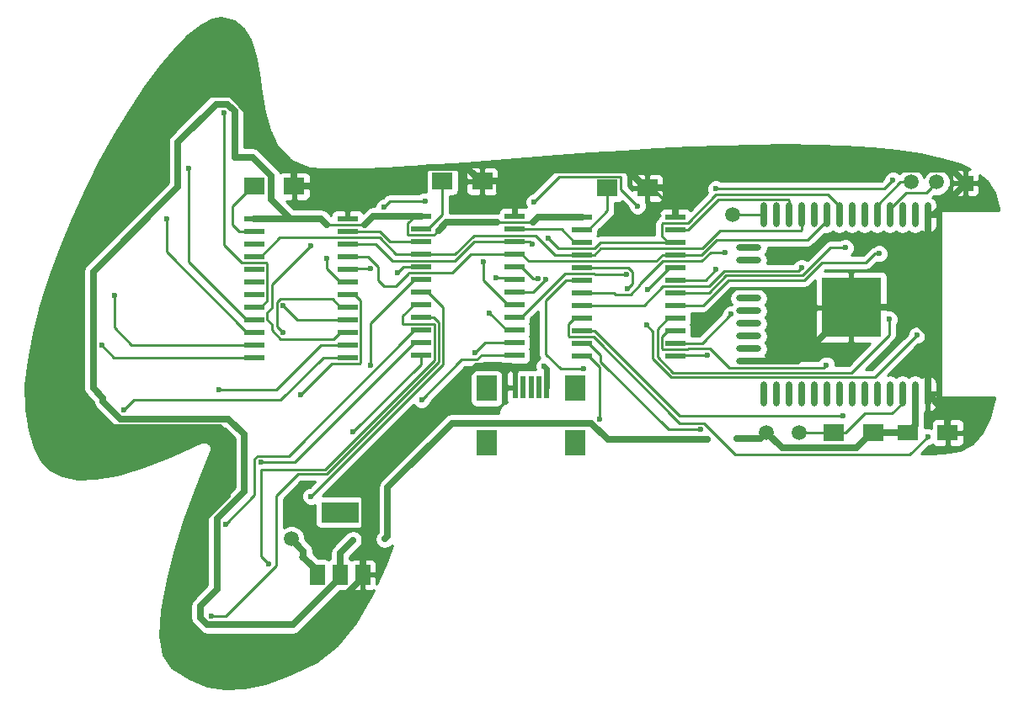
<source format=gbr>
G04 #@! TF.FileFunction,Copper,L2,Bot,Signal*
%FSLAX46Y46*%
G04 Gerber Fmt 4.6, Leading zero omitted, Abs format (unit mm)*
G04 Created by KiCad (PCBNEW 4.0.6) date Thursday, 15 February 2018 'PMt' 20:30:34*
%MOMM*%
%LPD*%
G01*
G04 APERTURE LIST*
%ADD10C,0.100000*%
%ADD11R,0.500380X2.301240*%
%ADD12R,1.998980X2.499360*%
%ADD13O,0.700000X2.500000*%
%ADD14O,2.500000X0.700000*%
%ADD15R,6.000000X6.000000*%
%ADD16R,2.000000X1.700000*%
%ADD17R,3.800000X2.000000*%
%ADD18R,1.500000X2.000000*%
%ADD19R,2.000000X1.600000*%
%ADD20R,2.000000X0.600000*%
%ADD21C,1.500000*%
%ADD22R,1.500000X1.500000*%
%ADD23C,0.800000*%
%ADD24C,0.600000*%
%ADD25C,0.500000*%
%ADD26C,0.700000*%
%ADD27C,0.250000*%
%ADD28C,0.600000*%
%ADD29C,0.400000*%
%ADD30C,0.254000*%
G04 APERTURE END LIST*
D10*
D11*
X197500200Y-97750680D03*
X196700100Y-97750680D03*
X195900000Y-97750680D03*
X195099900Y-97750680D03*
X194299800Y-97750680D03*
D12*
X200350080Y-97849740D03*
X200350080Y-103348840D03*
X191449920Y-97849740D03*
X191449920Y-103348840D03*
D13*
X235800000Y-80400000D03*
X234530000Y-80400000D03*
X233260000Y-80400000D03*
X231990000Y-80400000D03*
X230720000Y-80400000D03*
X229450000Y-80400000D03*
X228180000Y-80400000D03*
X226910000Y-80400000D03*
X225640000Y-80400000D03*
X224370000Y-80400000D03*
X223100000Y-80400000D03*
X221830000Y-80400000D03*
X220560000Y-80400000D03*
X219290000Y-80400000D03*
D14*
X217800000Y-83685000D03*
X217800000Y-84955000D03*
X217800000Y-88765000D03*
X217800000Y-90035000D03*
X217800000Y-91305000D03*
X217800000Y-92575000D03*
X217800000Y-93845000D03*
X217800000Y-95115000D03*
D13*
X219290000Y-98400000D03*
X220560000Y-98400000D03*
X221830000Y-98400000D03*
X223100000Y-98400000D03*
X224370000Y-98400000D03*
X225640000Y-98400000D03*
X226910000Y-98400000D03*
X228180000Y-98400000D03*
X229450000Y-98400000D03*
X230720000Y-98400000D03*
X231990000Y-98400000D03*
X233260000Y-98400000D03*
X234530000Y-98400000D03*
X235800000Y-98400000D03*
D15*
X228100000Y-89700000D03*
D16*
X230300000Y-102300000D03*
X226300000Y-102300000D03*
X168100000Y-77500000D03*
X172100000Y-77500000D03*
D17*
X176700000Y-110300000D03*
D18*
X176700000Y-116600000D03*
X174400000Y-116600000D03*
X179000000Y-116600000D03*
D19*
X233800000Y-102300000D03*
X237800000Y-102300000D03*
D16*
X203600000Y-77700000D03*
X207600000Y-77700000D03*
X187000000Y-77000000D03*
X191000000Y-77000000D03*
D20*
X210400000Y-80610000D03*
X210400000Y-81880000D03*
X210400000Y-83150000D03*
X210400000Y-84420000D03*
X210400000Y-85690000D03*
X210400000Y-86960000D03*
X210400000Y-88230000D03*
X210400000Y-89500000D03*
X210400000Y-90770000D03*
X210400000Y-92040000D03*
X210400000Y-93310000D03*
X210400000Y-94580000D03*
X201000000Y-94580000D03*
X201000000Y-93310000D03*
X201000000Y-92040000D03*
X201000000Y-90770000D03*
X201000000Y-89500000D03*
X201000000Y-88230000D03*
X201000000Y-86960000D03*
X201000000Y-85690000D03*
X201000000Y-84420000D03*
X201000000Y-83150000D03*
X201000000Y-81880000D03*
X201000000Y-80610000D03*
X194250000Y-80530000D03*
X194250000Y-81800000D03*
X194250000Y-83070000D03*
X194250000Y-84340000D03*
X194250000Y-85610000D03*
X194250000Y-86880000D03*
X194250000Y-88150000D03*
X194250000Y-89420000D03*
X194250000Y-90690000D03*
X194250000Y-91960000D03*
X194250000Y-93230000D03*
X194250000Y-94500000D03*
X184850000Y-94500000D03*
X184850000Y-93230000D03*
X184850000Y-91960000D03*
X184850000Y-90690000D03*
X184850000Y-89420000D03*
X184850000Y-88150000D03*
X184850000Y-86880000D03*
X184850000Y-85610000D03*
X184850000Y-84340000D03*
X184850000Y-83070000D03*
X184850000Y-81800000D03*
X184850000Y-80530000D03*
X177450000Y-80765000D03*
X177450000Y-82035000D03*
X177450000Y-83305000D03*
X177450000Y-84575000D03*
X177450000Y-85845000D03*
X177450000Y-87115000D03*
X177450000Y-88385000D03*
X177450000Y-89655000D03*
X177450000Y-90925000D03*
X177450000Y-92195000D03*
X177450000Y-93465000D03*
X177450000Y-94735000D03*
X168050000Y-94735000D03*
X168050000Y-93465000D03*
X168050000Y-92195000D03*
X168050000Y-90925000D03*
X168050000Y-89655000D03*
X168050000Y-88385000D03*
X168050000Y-87115000D03*
X168050000Y-85845000D03*
X168050000Y-84575000D03*
X168050000Y-83305000D03*
X168050000Y-82035000D03*
X168050000Y-80765000D03*
D21*
X171800000Y-113000000D03*
D22*
X239600000Y-77200000D03*
D21*
X219600000Y-102300000D03*
X222900000Y-102300000D03*
X236700000Y-77100000D03*
X234100000Y-77100000D03*
X216200000Y-80400000D03*
D23*
X173000000Y-114800000D03*
D24*
X197200000Y-95600000D03*
X181200000Y-113000000D03*
X178000000Y-113100000D03*
X213600000Y-103000000D03*
X216600000Y-102900000D03*
X197600000Y-82700000D03*
X196058058Y-83341942D03*
X234700000Y-92500000D03*
X207600000Y-87900000D03*
X207500000Y-91500000D03*
X214500000Y-85900000D03*
X214498392Y-77750307D03*
X232300000Y-76900000D03*
X227500000Y-83700000D03*
X230900000Y-84300000D03*
X231900000Y-90900000D03*
X225600000Y-95500000D03*
X216000000Y-90400000D03*
X213600000Y-94500000D03*
X202800000Y-100900000D03*
X213000000Y-102000000D03*
X227300000Y-100600000D03*
X235800000Y-102700000D03*
X223100000Y-85700000D03*
X215400000Y-84200000D03*
X201200000Y-95900000D03*
X205600000Y-87800000D03*
X196600000Y-86800000D03*
X192400000Y-86700000D03*
X197400000Y-86900000D03*
X206600000Y-79500000D03*
X196200000Y-79100000D03*
X191100000Y-85100000D03*
X205500000Y-86400000D03*
X191750000Y-90250000D03*
X190250000Y-94250000D03*
X184900000Y-99000000D03*
X178000000Y-102250000D03*
X168750000Y-105250000D03*
X165200000Y-111500000D03*
X163750000Y-120750000D03*
X169500000Y-115500000D03*
X173800000Y-108700000D03*
X179750000Y-95500000D03*
X182500000Y-86200000D03*
X179750000Y-85750000D03*
X181150000Y-79600000D03*
X175400000Y-84800000D03*
X185250000Y-79000000D03*
X172750000Y-98500000D03*
X171000000Y-92250000D03*
X171000000Y-89500000D03*
X173750000Y-83500000D03*
X164500000Y-98000000D03*
X155000000Y-100000000D03*
X152750000Y-93500000D03*
X154000000Y-88500000D03*
X159250000Y-80750000D03*
X161500000Y-75750000D03*
X165000000Y-70100000D03*
D25*
X194299800Y-97750680D02*
X194299800Y-96100060D01*
D26*
X194299800Y-96100060D02*
X193824750Y-95625010D01*
X193824750Y-95625010D02*
X190474990Y-95625010D01*
D25*
X190474990Y-95625010D02*
X190374990Y-95725010D01*
D26*
X179150001Y-106949999D02*
X190374990Y-95725010D01*
X179150001Y-114749999D02*
X179150001Y-106949999D01*
X179000000Y-114900000D02*
X179150001Y-114749999D01*
X179000000Y-116600000D02*
X179000000Y-114900000D01*
X165378523Y-102700000D02*
X165378523Y-108648669D01*
X165378523Y-108648669D02*
X160800000Y-113227192D01*
X160800000Y-113227192D02*
X160800000Y-122100000D01*
X160800000Y-122100000D02*
X162300000Y-123600000D01*
X162300000Y-123600000D02*
X172250000Y-123600000D01*
X172250000Y-123600000D02*
X179000000Y-116850000D01*
X165372696Y-102527304D02*
X164645392Y-101800000D01*
X164645392Y-101800000D02*
X153400000Y-101800000D01*
X153400000Y-101800000D02*
X150000000Y-98400000D01*
X150000000Y-98400000D02*
X150000000Y-84800000D01*
X150000000Y-84800000D02*
X158400000Y-76400000D01*
X158400000Y-76400000D02*
X158400000Y-72000000D01*
X158400000Y-72000000D02*
X162100000Y-68300000D01*
X162100000Y-68300000D02*
X165730808Y-68300000D01*
X165730808Y-68300000D02*
X168700000Y-71269192D01*
X168700000Y-71269192D02*
X168700000Y-73427194D01*
X168700000Y-73427194D02*
X171100000Y-75827194D01*
X171100000Y-75827194D02*
X171977194Y-75827194D01*
X171977194Y-75827194D02*
X172100000Y-75950000D01*
X172100000Y-75950000D02*
X172100000Y-77500000D01*
D25*
X194300000Y-79500000D02*
X194250000Y-79550000D01*
X194250000Y-79550000D02*
X194250000Y-80530000D01*
D26*
X192800000Y-78000000D02*
X194300000Y-79500000D01*
X192700000Y-78000000D02*
X192800000Y-78000000D01*
X192700000Y-77000000D02*
X192700000Y-78000000D01*
X174985000Y-77500000D02*
X183600000Y-77500000D01*
X176885000Y-79400000D02*
X174985000Y-77500000D01*
X174985000Y-77500000D02*
X172100000Y-77500000D01*
D25*
X177450000Y-80765000D02*
X177450000Y-79965000D01*
X177450000Y-79965000D02*
X176885000Y-79400000D01*
D26*
X235800000Y-98400000D02*
X235800000Y-92341998D01*
X235800000Y-92341998D02*
X233158002Y-89700000D01*
X233158002Y-89700000D02*
X231800000Y-89700000D01*
X231800000Y-89700000D02*
X228100000Y-89700000D01*
D27*
X165378523Y-102700000D02*
X165372696Y-102527304D01*
D26*
X185500001Y-75599999D02*
X183600000Y-77500000D01*
X191000000Y-77000000D02*
X190850000Y-77000000D01*
X190850000Y-77000000D02*
X189449999Y-75599999D01*
X189449999Y-75599999D02*
X185500001Y-75599999D01*
X191000000Y-77000000D02*
X192700000Y-77000000D01*
X207600000Y-77700000D02*
X207450000Y-77700000D01*
X207450000Y-77700000D02*
X205599989Y-75849989D01*
X205599989Y-75849989D02*
X193850011Y-75849989D01*
X193850011Y-75849989D02*
X192700000Y-77000000D01*
X207600000Y-77700000D02*
X209300000Y-77700000D01*
X209300000Y-77700000D02*
X210400000Y-78800000D01*
X210400000Y-78800000D02*
X210400000Y-80559991D01*
X239600000Y-77200000D02*
X238199999Y-75799999D01*
X238199999Y-75799999D02*
X211200001Y-75799999D01*
X211200001Y-75799999D02*
X209300000Y-77700000D01*
X235800000Y-80400000D02*
X236400000Y-80400000D01*
X236400000Y-80400000D02*
X239600000Y-77200000D01*
X228100000Y-89700000D02*
X232354608Y-89700000D01*
X232354608Y-89700000D02*
X235800000Y-86254608D01*
X235800000Y-86254608D02*
X235800000Y-82350000D01*
X235800000Y-82350000D02*
X235800000Y-80400000D01*
X217800000Y-95115000D02*
X222685000Y-95115000D01*
X222685000Y-95115000D02*
X228100000Y-89700000D01*
X237800000Y-102300000D02*
X237800000Y-100400000D01*
X237800000Y-100400000D02*
X235800000Y-98400000D01*
D27*
X179000000Y-116600000D02*
X179000000Y-116850000D01*
X210400000Y-80610000D02*
X210400000Y-80060000D01*
X210400000Y-80060000D02*
X208040000Y-77700000D01*
X208040000Y-77700000D02*
X207600000Y-77700000D01*
X238000000Y-102300000D02*
X237800000Y-102300000D01*
X191000000Y-77000000D02*
X191270000Y-77000000D01*
D26*
X173000000Y-114800000D02*
X173000000Y-114200000D01*
X173000000Y-114200000D02*
X171800000Y-113000000D01*
X174400000Y-116600000D02*
X174400000Y-116200000D01*
X174400000Y-116200000D02*
X173000000Y-114800000D01*
D28*
X197500200Y-97750680D02*
X197500200Y-95900200D01*
X197500200Y-95900200D02*
X197200000Y-95600000D01*
D26*
X176700000Y-116600000D02*
X176700000Y-116850000D01*
X176700000Y-116850000D02*
X171949999Y-121600001D01*
X152874998Y-98800000D02*
X151899999Y-97825001D01*
X171949999Y-121600001D02*
X163341999Y-121600001D01*
X169800000Y-76500000D02*
X169800000Y-78865000D01*
X167100000Y-102499990D02*
X165500000Y-100899990D01*
X163341999Y-121600001D02*
X162649999Y-120908001D01*
X166100000Y-69941998D02*
X166100000Y-74600000D01*
X162649999Y-120908001D02*
X162649999Y-119750001D01*
X166100000Y-74600000D02*
X167900000Y-74600000D01*
X162649999Y-119750001D02*
X164349999Y-118050001D01*
X165500000Y-100899990D02*
X154641988Y-100899990D01*
X151899999Y-86100001D02*
X160400000Y-77600000D01*
X164349999Y-118050001D02*
X164349999Y-110949999D01*
X165408001Y-69249999D02*
X166100000Y-69941998D01*
X167100000Y-108199998D02*
X167100000Y-102499990D01*
X152874998Y-99133000D02*
X152874998Y-98800000D01*
X164349999Y-110949999D02*
X167100000Y-108199998D01*
X154641988Y-100899990D02*
X152874998Y-99133000D01*
X151899999Y-97825001D02*
X151899999Y-86100001D01*
X160400000Y-77600000D02*
X160400000Y-73091998D01*
X160400000Y-73091998D02*
X164241999Y-69249999D01*
X164241999Y-69249999D02*
X165408001Y-69249999D01*
X167900000Y-74600000D02*
X169800000Y-76500000D01*
X169800000Y-78865000D02*
X171700000Y-80765000D01*
X187375002Y-81160000D02*
X192500000Y-81160000D01*
D27*
X175500000Y-81408682D02*
X179151308Y-81408682D01*
X179151308Y-81408682D02*
X179200000Y-81359990D01*
X175500000Y-81408682D02*
X175400000Y-81409999D01*
X192500000Y-81160000D02*
X196064990Y-81160000D01*
X196064990Y-81160000D02*
X196100000Y-81124990D01*
D26*
X186600000Y-81935002D02*
X187375002Y-81160000D01*
X187375002Y-81160000D02*
X192100000Y-81160000D01*
X180029990Y-80530000D02*
X179200000Y-81359990D01*
X174755001Y-80765000D02*
X175400000Y-81409999D01*
X169900000Y-80765000D02*
X171700000Y-80765000D01*
X171700000Y-80765000D02*
X174755001Y-80765000D01*
X168050000Y-80765000D02*
X169900000Y-80765000D01*
D29*
X192100000Y-81160000D02*
X192500000Y-81160000D01*
D26*
X201000000Y-80610000D02*
X196614990Y-80610000D01*
X196614990Y-80610000D02*
X196100000Y-81124990D01*
D27*
X186110001Y-82425001D02*
X186600000Y-81935002D01*
D26*
X184850000Y-80530000D02*
X180029990Y-80530000D01*
X233800000Y-102300000D02*
X234530000Y-101570000D01*
X234530000Y-101570000D02*
X234530000Y-98400000D01*
X230300000Y-102300000D02*
X233800000Y-102300000D01*
X219600000Y-102300000D02*
X221150000Y-103850000D01*
X228600000Y-103850000D02*
X230150000Y-102300000D01*
X230150000Y-102300000D02*
X230300000Y-102300000D01*
X221150000Y-103850000D02*
X228600000Y-103850000D01*
X216600000Y-102900000D02*
X219000000Y-102900000D01*
X219000000Y-102900000D02*
X219600000Y-102300000D01*
X181500000Y-107800000D02*
X187951319Y-101348681D01*
X187951319Y-101348681D02*
X201990679Y-101348681D01*
X213175736Y-103000000D02*
X213600000Y-103000000D01*
X201990679Y-101348681D02*
X203641998Y-103000000D01*
X203641998Y-103000000D02*
X213175736Y-103000000D01*
X176700000Y-116600000D02*
X176700000Y-114400000D01*
X176700000Y-114400000D02*
X178000000Y-113100000D01*
X181500000Y-107800000D02*
X181500000Y-112700000D01*
X181500000Y-112700000D02*
X181200000Y-113000000D01*
D27*
X184850000Y-80530000D02*
X184234998Y-80530000D01*
X183524999Y-82360001D02*
X183589999Y-82425001D01*
X184234998Y-80530000D02*
X183524999Y-81239999D01*
X183524999Y-81239999D02*
X183524999Y-82360001D01*
X183589999Y-82425001D02*
X186110001Y-82425001D01*
X221200000Y-78824990D02*
X214705010Y-78824990D01*
X221830000Y-80400000D02*
X221830000Y-78900000D01*
X221754990Y-78824990D02*
X221200000Y-78824990D01*
X221830000Y-78900000D02*
X221754990Y-78824990D01*
X214705010Y-78824990D02*
X211650000Y-81880000D01*
X211650000Y-81880000D02*
X210400000Y-81880000D01*
X210480000Y-81800000D02*
X210400000Y-81880000D01*
X224800000Y-78374980D02*
X214518610Y-78374980D01*
X226910000Y-80400000D02*
X226910000Y-79500000D01*
X226910000Y-79500000D02*
X225784980Y-78374980D01*
X225784980Y-78374980D02*
X224800000Y-78374980D01*
X197600000Y-82700000D02*
X198675001Y-83775001D01*
X198675001Y-83775001D02*
X202258589Y-83775001D01*
X202258589Y-83775001D02*
X202883590Y-83150000D01*
X202883590Y-83150000D02*
X209150000Y-83150000D01*
X209150000Y-83150000D02*
X210400000Y-83150000D01*
X194250000Y-83070000D02*
X195786116Y-83070000D01*
X195786116Y-83070000D02*
X196058058Y-83341942D01*
X209074999Y-82524999D02*
X209700000Y-83150000D01*
X214518610Y-78374980D02*
X211658589Y-81235001D01*
X211658589Y-81235001D02*
X209159997Y-81235001D01*
X209159997Y-81235001D02*
X209074999Y-81319999D01*
X209074999Y-81319999D02*
X209074999Y-82524999D01*
X209700000Y-83150000D02*
X210400000Y-83150000D01*
X210400000Y-83150000D02*
X211100000Y-83150000D01*
X194950000Y-83070000D02*
X194250000Y-83070000D01*
X182000000Y-84984999D02*
X188265001Y-84984999D01*
X182000000Y-84984999D02*
X180320001Y-83305000D01*
X180320001Y-83305000D02*
X177450000Y-83305000D01*
X188265001Y-84984999D02*
X190180000Y-83070000D01*
X190180000Y-83070000D02*
X194250000Y-83070000D01*
X222900000Y-82900000D02*
X214600000Y-82900000D01*
X225640000Y-80400000D02*
X225640000Y-80984608D01*
X225640000Y-80984608D02*
X223724608Y-82900000D01*
X223724608Y-82900000D02*
X222900000Y-82900000D01*
X177450000Y-84575000D02*
X179500002Y-84575000D01*
X183600000Y-86300000D02*
X183600000Y-86235001D01*
X179500002Y-84575000D02*
X180500000Y-85574998D01*
X183600000Y-86235001D02*
X187944999Y-86235001D01*
X180500000Y-85574998D02*
X180500000Y-87000000D01*
X181100000Y-87600000D02*
X182300000Y-87600000D01*
X180500000Y-87000000D02*
X181100000Y-87600000D01*
X187944999Y-86235001D02*
X189840000Y-84340000D01*
X182300000Y-87600000D02*
X183600000Y-86300000D01*
X189840000Y-84340000D02*
X194250000Y-84340000D01*
X194250000Y-84340000D02*
X194950000Y-84340000D01*
X194950000Y-84340000D02*
X195674999Y-85064999D01*
X195674999Y-85064999D02*
X208505001Y-85064999D01*
X208505001Y-85064999D02*
X209150000Y-84420000D01*
X209150000Y-84420000D02*
X210400000Y-84420000D01*
X214600000Y-82900000D02*
X213080000Y-84420000D01*
X213080000Y-84420000D02*
X210400000Y-84420000D01*
X209700000Y-84420000D02*
X210400000Y-84420000D01*
X214888580Y-81975010D02*
X222200000Y-81975010D01*
X223100000Y-80400000D02*
X223100000Y-81900000D01*
X223100000Y-81900000D02*
X223024990Y-81975010D01*
X223024990Y-81975010D02*
X222200000Y-81975010D01*
X184850000Y-84340000D02*
X188273590Y-84340000D01*
X188273590Y-84340000D02*
X190168591Y-82444999D01*
X190168591Y-82444999D02*
X196324999Y-82444999D01*
X196324999Y-82444999D02*
X198300000Y-84420000D01*
X198300000Y-84420000D02*
X201000000Y-84420000D01*
X201000000Y-84420000D02*
X202250000Y-84420000D01*
X202894999Y-83775001D02*
X213088589Y-83775001D01*
X202250000Y-84420000D02*
X202894999Y-83775001D01*
X213088589Y-83775001D02*
X214888580Y-81975010D01*
X180679999Y-82679999D02*
X182340000Y-84340000D01*
X182340000Y-84340000D02*
X184850000Y-84340000D01*
X168050000Y-84575000D02*
X168750000Y-84575000D01*
X168750000Y-84575000D02*
X170645001Y-82679999D01*
X170645001Y-82679999D02*
X180679999Y-82679999D01*
X201000000Y-81880000D02*
X201700000Y-81880000D01*
X203600000Y-78800000D02*
X203600000Y-77700000D01*
X201700000Y-81880000D02*
X203600000Y-79980000D01*
X203600000Y-79980000D02*
X203600000Y-78800000D01*
X184850000Y-81800000D02*
X185550000Y-81800000D01*
X185550000Y-81800000D02*
X187000000Y-80350000D01*
X187000000Y-80350000D02*
X187000000Y-78100000D01*
X187000000Y-78100000D02*
X187000000Y-77000000D01*
X198950000Y-81800000D02*
X194250000Y-81800000D01*
X201000000Y-83150000D02*
X200300000Y-83150000D01*
X200300000Y-83150000D02*
X198950000Y-81800000D01*
X209998605Y-96700017D02*
X229800000Y-96700017D01*
X234700000Y-92500000D02*
X230499983Y-96700017D01*
X230499983Y-96700017D02*
X229800000Y-96700017D01*
X207600000Y-87900000D02*
X209810000Y-85690000D01*
X209810000Y-85690000D02*
X210400000Y-85690000D01*
X209998605Y-96700017D02*
X208174979Y-94876391D01*
X208174979Y-94876391D02*
X208174979Y-92174979D01*
X208174979Y-92174979D02*
X207500000Y-91500000D01*
X210400000Y-86960000D02*
X213100000Y-86960000D01*
X214500000Y-85900000D02*
X213440000Y-86960000D01*
X213440000Y-86960000D02*
X213100000Y-86960000D01*
X232300000Y-76900000D02*
X231449693Y-77750307D01*
X231449693Y-77750307D02*
X214498392Y-77750307D01*
X222300000Y-86500000D02*
X215536410Y-86500000D01*
X223225003Y-86499999D02*
X222300001Y-86499999D01*
X227500000Y-83700000D02*
X226025002Y-83700000D01*
X226025002Y-83700000D02*
X223225003Y-86499999D01*
X222300001Y-86499999D02*
X222300000Y-86500000D01*
X215536410Y-86500000D02*
X213806410Y-88230000D01*
X213500000Y-88230000D02*
X210400000Y-88230000D01*
X213806410Y-88230000D02*
X213500000Y-88230000D01*
X230900000Y-84300000D02*
X230475736Y-84300000D01*
X211650000Y-89500000D02*
X210400000Y-89500000D01*
X230475736Y-84300000D02*
X229575736Y-85200000D01*
X229575736Y-85200000D02*
X225161412Y-85200000D01*
X215722811Y-86950009D02*
X213172820Y-89500000D01*
X225161412Y-85200000D02*
X223411403Y-86950009D01*
X213172820Y-89500000D02*
X211650000Y-89500000D01*
X223411403Y-86950009D02*
X215722811Y-86950009D01*
X210185006Y-96250008D02*
X223600000Y-96250008D01*
X231900000Y-92485002D02*
X228134994Y-96250008D01*
X231900000Y-90900000D02*
X231900000Y-92485002D01*
X228134994Y-96250008D02*
X223600000Y-96250008D01*
X210400000Y-90770000D02*
X209700000Y-90770000D01*
X209700000Y-90770000D02*
X208624989Y-91845011D01*
X208624989Y-91845011D02*
X208624989Y-94689991D01*
X208624989Y-94689991D02*
X210185006Y-96250008D01*
X225600000Y-95500000D02*
X225300001Y-95799999D01*
X225300001Y-95799999D02*
X215825001Y-95799999D01*
X213895003Y-93870001D02*
X211725001Y-93870001D01*
X215825001Y-95799999D02*
X213895003Y-93870001D01*
X211725001Y-93870001D02*
X211660001Y-93935001D01*
X211660001Y-93935001D02*
X209139999Y-93935001D01*
X209139999Y-93935001D02*
X209074999Y-93870001D01*
X209074999Y-93870001D02*
X209074999Y-92665001D01*
X209074999Y-92665001D02*
X209700000Y-92040000D01*
X209700000Y-92040000D02*
X210400000Y-92040000D01*
X216000000Y-90400000D02*
X213090000Y-93310000D01*
X213090000Y-93310000D02*
X210400000Y-93310000D01*
X213600000Y-94500000D02*
X210480000Y-94500000D01*
X210480000Y-94500000D02*
X210400000Y-94580000D01*
X202800000Y-100900000D02*
X202800000Y-95680000D01*
X202800000Y-95680000D02*
X201700000Y-94580000D01*
X201700000Y-94580000D02*
X201000000Y-94580000D01*
X202900000Y-95143590D02*
X202900000Y-94510000D01*
X202900000Y-94510000D02*
X201700000Y-93310000D01*
X201700000Y-93310000D02*
X201000000Y-93310000D01*
X213000000Y-102000000D02*
X209756410Y-102000000D01*
X209756410Y-102000000D02*
X202900000Y-95143590D01*
X227300000Y-100600000D02*
X210810000Y-100600000D01*
X210810000Y-100600000D02*
X202250000Y-92040000D01*
X202250000Y-92040000D02*
X201000000Y-92040000D01*
X201700000Y-92040000D02*
X201000000Y-92040000D01*
X235800000Y-102700000D02*
X233974990Y-104525010D01*
X233974990Y-104525010D02*
X216450012Y-104525010D01*
X216450012Y-104525010D02*
X213300001Y-101374999D01*
X213300001Y-101374999D02*
X210874999Y-101374999D01*
X199674999Y-91395001D02*
X200300000Y-90770000D01*
X210874999Y-101374999D02*
X202165001Y-92665001D01*
X202165001Y-92665001D02*
X199739999Y-92665001D01*
X199739999Y-92665001D02*
X199674999Y-92600001D01*
X199674999Y-92600001D02*
X199674999Y-91395001D01*
X200300000Y-90770000D02*
X201000000Y-90770000D01*
X201700000Y-90770000D02*
X201000000Y-90770000D01*
X201508588Y-90770000D02*
X201000000Y-90770000D01*
X223100000Y-85700000D02*
X222750010Y-86049990D01*
X222750010Y-86049990D02*
X215350010Y-86049990D01*
X215350010Y-86049990D02*
X213795001Y-87604999D01*
X213795001Y-87604999D02*
X209139999Y-87604999D01*
X209139999Y-87604999D02*
X207244998Y-89500000D01*
X207244998Y-89500000D02*
X201000000Y-89500000D01*
X201700000Y-89500000D02*
X201000000Y-89500000D01*
X215400000Y-84200000D02*
X213936410Y-84200000D01*
X204244998Y-88230000D02*
X201000000Y-88230000D01*
X213936410Y-84200000D02*
X213071411Y-85064999D01*
X204439999Y-88425001D02*
X204244998Y-88230000D01*
X213071411Y-85064999D02*
X209141411Y-85064999D01*
X206900000Y-87306410D02*
X206900000Y-87425002D01*
X209141411Y-85064999D02*
X206900000Y-87306410D01*
X206900000Y-87425002D02*
X205900001Y-88425001D01*
X205900001Y-88425001D02*
X204439999Y-88425001D01*
X197400000Y-89000000D02*
X199440000Y-86960000D01*
X199440000Y-86960000D02*
X201000000Y-86960000D01*
X197400000Y-94400000D02*
X197400000Y-89000000D01*
X201200000Y-95900000D02*
X198900000Y-95900000D01*
X198900000Y-95900000D02*
X197400000Y-94400000D01*
X201000000Y-86960000D02*
X201700000Y-86960000D01*
X205600000Y-87800000D02*
X206125001Y-87274999D01*
X205715002Y-85690000D02*
X202250000Y-85690000D01*
X206125001Y-87274999D02*
X206125001Y-86099999D01*
X206125001Y-86099999D02*
X205715002Y-85690000D01*
X202250000Y-85690000D02*
X201000000Y-85690000D01*
X194250000Y-85610000D02*
X194950000Y-85610000D01*
X194950000Y-85610000D02*
X196140000Y-86800000D01*
X196140000Y-86800000D02*
X196600000Y-86800000D01*
X194235000Y-85625000D02*
X194250000Y-85610000D01*
X192400000Y-86700000D02*
X194070000Y-86700000D01*
X194070000Y-86700000D02*
X194250000Y-86880000D01*
X197400000Y-86900000D02*
X196150000Y-88150000D01*
X196150000Y-88150000D02*
X195500000Y-88150000D01*
X195500000Y-88150000D02*
X194250000Y-88150000D01*
X196200000Y-79100000D02*
X198775001Y-76524999D01*
X198775001Y-76524999D02*
X204860001Y-76524999D01*
X204925001Y-77825001D02*
X206600000Y-79500000D01*
X204860001Y-76524999D02*
X204925001Y-76589999D01*
X204925001Y-76589999D02*
X204925001Y-77825001D01*
X194250000Y-89420000D02*
X193550000Y-89420000D01*
X191100000Y-86970000D02*
X191100000Y-85100000D01*
X193550000Y-89420000D02*
X191100000Y-86970000D01*
X205500000Y-86400000D02*
X202325001Y-86399999D01*
X199305001Y-86334999D02*
X194950000Y-90690000D01*
X202325001Y-86399999D02*
X202260001Y-86334999D01*
X202260001Y-86334999D02*
X199305001Y-86334999D01*
X194950000Y-90690000D02*
X194250000Y-90690000D01*
X191750000Y-90250000D02*
X193460000Y-91960000D01*
X193460000Y-91960000D02*
X194250000Y-91960000D01*
X190250000Y-94250000D02*
X191270000Y-93230000D01*
X191270000Y-93230000D02*
X194250000Y-93230000D01*
X194250000Y-94500000D02*
X190925002Y-94500000D01*
X190925002Y-94500000D02*
X190475002Y-94950000D01*
X190475002Y-94950000D02*
X188950000Y-94950000D01*
X188950000Y-94950000D02*
X188850000Y-95050000D01*
X184900000Y-99000000D02*
X188850000Y-95050000D01*
X184850000Y-94500000D02*
X184850000Y-95400000D01*
X184850000Y-95400000D02*
X178000000Y-102250000D01*
X184850000Y-93230000D02*
X184150000Y-93230000D01*
X184150000Y-93230000D02*
X172130000Y-105250000D01*
X172130000Y-105250000D02*
X169174264Y-105250000D01*
X169174264Y-105250000D02*
X168750000Y-105250000D01*
X168124999Y-108575001D02*
X165200000Y-111500000D01*
X168449999Y-104624999D02*
X168124999Y-104949999D01*
X168124999Y-104949999D02*
X168124999Y-108575001D01*
X184850000Y-91960000D02*
X184215002Y-91960000D01*
X184215002Y-91960000D02*
X171550003Y-104624999D01*
X171550003Y-104624999D02*
X168449999Y-104624999D01*
X170250000Y-115675002D02*
X170250000Y-108664998D01*
X170250000Y-108664998D02*
X172464988Y-106450010D01*
X172464988Y-106450010D02*
X175361403Y-106450009D01*
X175361403Y-106450009D02*
X186625011Y-95186401D01*
X186625011Y-95186401D02*
X186625010Y-91213598D01*
X186625010Y-91213598D02*
X186101412Y-90690000D01*
X186100000Y-90690000D02*
X184850000Y-90690000D01*
X186101412Y-90690000D02*
X186100000Y-90690000D01*
X163750000Y-120750000D02*
X165175002Y-120750000D01*
X165175002Y-120750000D02*
X170250000Y-115675002D01*
X183000000Y-91334999D02*
X186110001Y-91334999D01*
X184850000Y-89420000D02*
X184150000Y-89420000D01*
X184150000Y-89420000D02*
X183000000Y-90570000D01*
X183000000Y-90570000D02*
X183000000Y-91334999D01*
X168750000Y-106000000D02*
X168750000Y-114750000D01*
X186110001Y-91334999D02*
X186175001Y-91399999D01*
X186175001Y-91399999D02*
X186175001Y-95000001D01*
X186175001Y-95000001D02*
X175175002Y-106000000D01*
X175175002Y-106000000D02*
X168750000Y-106000000D01*
X168750000Y-114750000D02*
X169500000Y-115500000D01*
X187075020Y-95372802D02*
X187075020Y-95424980D01*
X187075020Y-95424980D02*
X173800000Y-108700000D01*
X184850000Y-88150000D02*
X185550000Y-88150000D01*
X185550000Y-88150000D02*
X187075020Y-89675020D01*
X187075020Y-89675020D02*
X187075020Y-95372802D01*
X179750000Y-95500000D02*
X179750000Y-92600000D01*
X184850000Y-86880000D02*
X184150000Y-86880000D01*
X184150000Y-86880000D02*
X179750000Y-91280000D01*
X179750000Y-91280000D02*
X179750000Y-92600000D01*
X184850000Y-85610000D02*
X183090000Y-85610000D01*
X183090000Y-85610000D02*
X182500000Y-86200000D01*
X179750000Y-85750000D02*
X177545000Y-85750000D01*
X177545000Y-85750000D02*
X177450000Y-85845000D01*
X185250000Y-79000000D02*
X181750000Y-79000000D01*
X181750000Y-79000000D02*
X181150000Y-79600000D01*
X176750000Y-87115000D02*
X175400000Y-85765000D01*
X175400000Y-85765000D02*
X175400000Y-85680002D01*
X175400000Y-85680002D02*
X175400000Y-84800000D01*
X177450000Y-87115000D02*
X176750000Y-87115000D01*
X177565000Y-87000000D02*
X177450000Y-87115000D01*
X172750000Y-98500000D02*
X175889999Y-95360001D01*
X175889999Y-95360001D02*
X178710001Y-95360001D01*
X178710001Y-95360001D02*
X178775001Y-95295001D01*
X178775001Y-95295001D02*
X178775001Y-89010001D01*
X178775001Y-89010001D02*
X178150000Y-88385000D01*
X178150000Y-88385000D02*
X177450000Y-88385000D01*
X171000000Y-92250000D02*
X170374999Y-91624999D01*
X170374999Y-91624999D02*
X170374999Y-89199999D01*
X170699999Y-88874999D02*
X175969999Y-88874999D01*
X175969999Y-88874999D02*
X176750000Y-89655000D01*
X170374999Y-89199999D02*
X170699999Y-88874999D01*
X176750000Y-89655000D02*
X177450000Y-89655000D01*
X171000000Y-89500000D02*
X172425000Y-90925000D01*
X172425000Y-90925000D02*
X177450000Y-90925000D01*
X173750000Y-83500000D02*
X169825011Y-87424989D01*
X169825011Y-87424989D02*
X169825011Y-89764991D01*
X169825011Y-89764991D02*
X169375001Y-90215001D01*
X169825011Y-92000013D02*
X170699999Y-92875001D01*
X170699999Y-92875001D02*
X176069999Y-92875001D01*
X169375001Y-90215001D02*
X169375001Y-90913591D01*
X169375001Y-90913591D02*
X169825011Y-91363601D01*
X169825011Y-91363601D02*
X169825011Y-92000013D01*
X176069999Y-92875001D02*
X176750000Y-92195000D01*
X176750000Y-92195000D02*
X177450000Y-92195000D01*
X164500000Y-98000000D02*
X170250000Y-98000000D01*
X170250000Y-98000000D02*
X174785000Y-93465000D01*
X174785000Y-93465000D02*
X176200000Y-93465000D01*
X176200000Y-93465000D02*
X177450000Y-93465000D01*
X170750000Y-99000000D02*
X175015000Y-94735000D01*
X175015000Y-94735000D02*
X177450000Y-94735000D01*
X156000000Y-99000000D02*
X170750000Y-99000000D01*
X155000000Y-100000000D02*
X156000000Y-99000000D01*
X168050000Y-94735000D02*
X153985000Y-94735000D01*
X153985000Y-94735000D02*
X152750000Y-93500000D01*
X154000000Y-91750000D02*
X154000000Y-88500000D01*
X155715000Y-93465000D02*
X154000000Y-91750000D01*
X168050000Y-93465000D02*
X155715000Y-93465000D01*
X159250000Y-80750000D02*
X159250000Y-84095000D01*
X159250000Y-84095000D02*
X167350000Y-92195000D01*
X167350000Y-92195000D02*
X168050000Y-92195000D01*
X161500000Y-75750000D02*
X161500000Y-85075000D01*
X161500000Y-85075000D02*
X167350000Y-90925000D01*
X167350000Y-90925000D02*
X168050000Y-90925000D01*
X165000000Y-70100000D02*
X165000000Y-83410002D01*
X165000000Y-83410002D02*
X166809997Y-85219999D01*
X166809997Y-85219999D02*
X169310001Y-85219999D01*
X169310001Y-85219999D02*
X169375001Y-85284999D01*
X169375001Y-85284999D02*
X169375001Y-89029999D01*
X169375001Y-89029999D02*
X168750000Y-89655000D01*
X168750000Y-89655000D02*
X168050000Y-89655000D01*
X168100000Y-77500000D02*
X167950000Y-77500000D01*
X167950000Y-77500000D02*
X165900000Y-79550000D01*
X165900000Y-79550000D02*
X165900000Y-81400000D01*
X165900000Y-81400000D02*
X166535000Y-82035000D01*
X166535000Y-82035000D02*
X168050000Y-82035000D01*
X167350000Y-82035000D02*
X168050000Y-82035000D01*
X184850000Y-83070000D02*
X181706410Y-83070000D01*
X181706410Y-83070000D02*
X180671410Y-82035000D01*
X180671410Y-82035000D02*
X178700000Y-82035000D01*
X178700000Y-82035000D02*
X177450000Y-82035000D01*
X231400000Y-100349990D02*
X229500010Y-100349990D01*
X232210010Y-100349990D02*
X233260000Y-99300000D01*
X231400000Y-100349990D02*
X232210010Y-100349990D01*
X233260000Y-99300000D02*
X233260000Y-98400000D01*
X226300000Y-102300000D02*
X222900000Y-102300000D01*
X227550000Y-102300000D02*
X226300000Y-102300000D01*
X229500010Y-100349990D02*
X227550000Y-102300000D01*
X231990000Y-80400000D02*
X231990000Y-79815392D01*
X231990000Y-79815392D02*
X233630391Y-78175001D01*
X233630391Y-78175001D02*
X235624999Y-78175001D01*
X235624999Y-78175001D02*
X235950001Y-77849999D01*
X235950001Y-77849999D02*
X236700000Y-77100000D01*
X234100000Y-77100000D02*
X233039340Y-77100000D01*
X233039340Y-77100000D02*
X230720000Y-79419340D01*
X230720000Y-79419340D02*
X230720000Y-80400000D01*
X219290000Y-80400000D02*
X216200000Y-80400000D01*
D30*
G36*
X166059604Y-60882832D02*
X167005767Y-61624521D01*
X167690682Y-62788383D01*
X168172521Y-64333279D01*
X168511313Y-66140021D01*
X168794798Y-68072764D01*
X168797612Y-68080670D01*
X168797385Y-68089059D01*
X169125213Y-70007538D01*
X169136893Y-70038050D01*
X169139027Y-70070649D01*
X169614910Y-71847263D01*
X169643705Y-71905665D01*
X169659877Y-71968745D01*
X170389538Y-73489634D01*
X170454423Y-73576116D01*
X170511967Y-73667630D01*
X171601133Y-74818927D01*
X171605375Y-74821935D01*
X171608209Y-74826299D01*
X171716458Y-74900698D01*
X171823588Y-74976659D01*
X171828661Y-74977815D01*
X171832947Y-74980761D01*
X173387341Y-75648604D01*
X173503902Y-75673381D01*
X173619088Y-75703969D01*
X175098943Y-75797640D01*
X175116617Y-75795273D01*
X175134063Y-75798978D01*
X176904109Y-75821850D01*
X176915407Y-75819754D01*
X176926716Y-75821776D01*
X178962239Y-75782225D01*
X178969764Y-75780576D01*
X178977377Y-75781767D01*
X181253662Y-75688166D01*
X181258755Y-75686933D01*
X181263942Y-75687667D01*
X183756273Y-75548393D01*
X183759677Y-75547516D01*
X183763164Y-75547974D01*
X186446826Y-75371400D01*
X186448982Y-75370822D01*
X186451199Y-75371099D01*
X189301477Y-75165601D01*
X189302656Y-75165277D01*
X189303868Y-75165424D01*
X192296045Y-74939376D01*
X192296409Y-74939275D01*
X192296786Y-74939320D01*
X195405897Y-74701117D01*
X198606361Y-74459198D01*
X201872979Y-74221967D01*
X205181687Y-73997735D01*
X208507330Y-73794888D01*
X211824822Y-73621784D01*
X215109707Y-73486738D01*
X218336715Y-73398082D01*
X221480886Y-73364098D01*
X224516872Y-73393023D01*
X227419329Y-73493005D01*
X230162383Y-73672031D01*
X232719894Y-73937810D01*
X235064997Y-74297519D01*
X237170004Y-74757335D01*
X238996827Y-75318605D01*
X240057712Y-75815000D01*
X239885750Y-75815000D01*
X239727000Y-75973750D01*
X239727000Y-77073000D01*
X240826250Y-77073000D01*
X240985000Y-76914250D01*
X240985000Y-76375755D01*
X241741034Y-77003145D01*
X242472475Y-78184824D01*
X242930930Y-79798119D01*
X242949467Y-79973000D01*
X237250000Y-79973000D01*
X237203841Y-79981685D01*
X237161447Y-80008965D01*
X237133006Y-80050590D01*
X237123000Y-80100000D01*
X237123000Y-98600000D01*
X237131685Y-98646159D01*
X237158965Y-98688553D01*
X237200590Y-98716994D01*
X237250000Y-98727000D01*
X242494170Y-98727000D01*
X242482683Y-98805066D01*
X241965532Y-100731682D01*
X241235400Y-102262451D01*
X240271259Y-103371434D01*
X239014936Y-104075218D01*
X237303781Y-104368743D01*
X236044342Y-104393245D01*
X235171029Y-104403773D01*
X235939680Y-103635122D01*
X235985167Y-103635162D01*
X236304989Y-103503015D01*
X236440302Y-103638327D01*
X236673691Y-103735000D01*
X237514250Y-103735000D01*
X237673000Y-103576250D01*
X237673000Y-102427000D01*
X237927000Y-102427000D01*
X237927000Y-103576250D01*
X238085750Y-103735000D01*
X238926309Y-103735000D01*
X239159698Y-103638327D01*
X239338327Y-103459699D01*
X239435000Y-103226310D01*
X239435000Y-102585750D01*
X239276250Y-102427000D01*
X237927000Y-102427000D01*
X237673000Y-102427000D01*
X237653000Y-102427000D01*
X237653000Y-102173000D01*
X237673000Y-102173000D01*
X237673000Y-101023750D01*
X237927000Y-101023750D01*
X237927000Y-102173000D01*
X239276250Y-102173000D01*
X239435000Y-102014250D01*
X239435000Y-101373690D01*
X239338327Y-101140301D01*
X239159698Y-100961673D01*
X238926309Y-100865000D01*
X238085750Y-100865000D01*
X237927000Y-101023750D01*
X237673000Y-101023750D01*
X237514250Y-100865000D01*
X236673691Y-100865000D01*
X236440302Y-100961673D01*
X236261673Y-101140301D01*
X236165000Y-101373690D01*
X236165000Y-101839158D01*
X235986799Y-101765162D01*
X235614833Y-101764838D01*
X235463834Y-101827230D01*
X235515000Y-101570000D01*
X235515000Y-100241620D01*
X235521762Y-100244885D01*
X235673000Y-100116431D01*
X235673000Y-98527000D01*
X235927000Y-98527000D01*
X235927000Y-100116431D01*
X236078238Y-100244885D01*
X236406698Y-100086303D01*
X236661421Y-99794276D01*
X236785000Y-99427000D01*
X236785000Y-98527000D01*
X235927000Y-98527000D01*
X235673000Y-98527000D01*
X235653000Y-98527000D01*
X235653000Y-98273000D01*
X235673000Y-98273000D01*
X235673000Y-96683569D01*
X235927000Y-96683569D01*
X235927000Y-98273000D01*
X236785000Y-98273000D01*
X236785000Y-97373000D01*
X236661421Y-97005724D01*
X236406698Y-96713697D01*
X236078238Y-96555115D01*
X235927000Y-96683569D01*
X235673000Y-96683569D01*
X235521762Y-96555115D01*
X235193302Y-96713697D01*
X235176388Y-96733088D01*
X234906943Y-96553050D01*
X234530000Y-96478071D01*
X234153057Y-96553050D01*
X233895000Y-96725478D01*
X233636943Y-96553050D01*
X233260000Y-96478071D01*
X232883057Y-96553050D01*
X232625000Y-96725478D01*
X232366943Y-96553050D01*
X231990000Y-96478071D01*
X231748741Y-96526061D01*
X234839680Y-93435122D01*
X234885167Y-93435162D01*
X235228943Y-93293117D01*
X235492192Y-93030327D01*
X235634838Y-92686799D01*
X235635162Y-92314833D01*
X235493117Y-91971057D01*
X235230327Y-91707808D01*
X234886799Y-91565162D01*
X234514833Y-91564838D01*
X234171057Y-91706883D01*
X233907808Y-91969673D01*
X233765162Y-92313201D01*
X233765121Y-92360077D01*
X230185181Y-95940017D01*
X229519787Y-95940017D01*
X232437401Y-93022403D01*
X232602148Y-92775841D01*
X232660000Y-92485002D01*
X232660000Y-91462463D01*
X232692192Y-91430327D01*
X232834838Y-91086799D01*
X232835162Y-90714833D01*
X232693117Y-90371057D01*
X232430327Y-90107808D01*
X232086799Y-89965162D01*
X231714833Y-89964838D01*
X231714306Y-89965056D01*
X231576250Y-89827000D01*
X228227000Y-89827000D01*
X228227000Y-93176250D01*
X228385750Y-93335000D01*
X229975200Y-93335000D01*
X227820192Y-95490008D01*
X226535009Y-95490008D01*
X226535162Y-95314833D01*
X226393117Y-94971057D01*
X226130327Y-94707808D01*
X225786799Y-94565162D01*
X225414833Y-94564838D01*
X225071057Y-94706883D01*
X224807808Y-94969673D01*
X224778606Y-95039999D01*
X219685000Y-95039999D01*
X219685000Y-94987998D01*
X219516433Y-94987998D01*
X219644885Y-94836762D01*
X219486303Y-94508302D01*
X219466912Y-94491388D01*
X219646950Y-94221943D01*
X219721929Y-93845000D01*
X219646950Y-93468057D01*
X219474522Y-93210000D01*
X219646950Y-92951943D01*
X219721929Y-92575000D01*
X219646950Y-92198057D01*
X219474522Y-91940000D01*
X219646950Y-91681943D01*
X219721929Y-91305000D01*
X219646950Y-90928057D01*
X219474522Y-90670000D01*
X219646950Y-90411943D01*
X219721929Y-90035000D01*
X219712133Y-89985750D01*
X224465000Y-89985750D01*
X224465000Y-92826309D01*
X224561673Y-93059698D01*
X224740301Y-93238327D01*
X224973690Y-93335000D01*
X227814250Y-93335000D01*
X227973000Y-93176250D01*
X227973000Y-89827000D01*
X224623750Y-89827000D01*
X224465000Y-89985750D01*
X219712133Y-89985750D01*
X219646950Y-89658057D01*
X219474522Y-89400000D01*
X219646950Y-89141943D01*
X219721929Y-88765000D01*
X219646950Y-88388057D01*
X219433429Y-88068500D01*
X219113872Y-87854979D01*
X218736929Y-87780000D01*
X216863071Y-87780000D01*
X216486128Y-87854979D01*
X216166571Y-88068500D01*
X215953050Y-88388057D01*
X215878071Y-88765000D01*
X215953050Y-89141943D01*
X216125478Y-89400000D01*
X216081999Y-89465071D01*
X215814833Y-89464838D01*
X215471057Y-89606883D01*
X215207808Y-89869673D01*
X215065162Y-90213201D01*
X215065121Y-90260077D01*
X212775198Y-92550000D01*
X212004914Y-92550000D01*
X212047440Y-92340000D01*
X212047440Y-91740000D01*
X212003162Y-91504683D01*
X211939322Y-91405472D01*
X211996431Y-91321890D01*
X212047440Y-91070000D01*
X212047440Y-90470000D01*
X212007926Y-90260000D01*
X213172820Y-90260000D01*
X213463659Y-90202148D01*
X213710221Y-90037401D01*
X216037613Y-87710009D01*
X223411403Y-87710009D01*
X223702242Y-87652157D01*
X223948804Y-87487410D01*
X224465000Y-86971214D01*
X224465000Y-89414250D01*
X224623750Y-89573000D01*
X227973000Y-89573000D01*
X227973000Y-86223750D01*
X228227000Y-86223750D01*
X228227000Y-89573000D01*
X231576250Y-89573000D01*
X231735000Y-89414250D01*
X231735000Y-86573691D01*
X231638327Y-86340302D01*
X231459699Y-86161673D01*
X231226310Y-86065000D01*
X228385750Y-86065000D01*
X228227000Y-86223750D01*
X227973000Y-86223750D01*
X227814250Y-86065000D01*
X225371214Y-86065000D01*
X225476214Y-85960000D01*
X229575736Y-85960000D01*
X229866575Y-85902148D01*
X230113137Y-85737401D01*
X230644307Y-85206231D01*
X230713201Y-85234838D01*
X231085167Y-85235162D01*
X231428943Y-85093117D01*
X231692192Y-84830327D01*
X231834838Y-84486799D01*
X231835162Y-84114833D01*
X231693117Y-83771057D01*
X231430327Y-83507808D01*
X231086799Y-83365162D01*
X230714833Y-83364838D01*
X230371057Y-83506883D01*
X230303578Y-83574245D01*
X230184896Y-83597852D01*
X229938335Y-83762599D01*
X229260934Y-84440000D01*
X228082153Y-84440000D01*
X228292192Y-84230327D01*
X228434838Y-83886799D01*
X228435162Y-83514833D01*
X228293117Y-83171057D01*
X228030327Y-82907808D01*
X227686799Y-82765162D01*
X227314833Y-82764838D01*
X226971057Y-82906883D01*
X226937882Y-82940000D01*
X226025002Y-82940000D01*
X225734163Y-82997852D01*
X225487601Y-83162599D01*
X223686311Y-84963889D01*
X223630327Y-84907808D01*
X223286799Y-84765162D01*
X222914833Y-84764838D01*
X222571057Y-84906883D01*
X222307808Y-85169673D01*
X222257848Y-85289990D01*
X219655295Y-85289990D01*
X219721929Y-84955000D01*
X219646950Y-84578057D01*
X219474522Y-84320000D01*
X219646950Y-84061943D01*
X219721929Y-83685000D01*
X219716956Y-83660000D01*
X223724608Y-83660000D01*
X224015447Y-83602148D01*
X224262009Y-83437401D01*
X225421036Y-82278374D01*
X225640000Y-82321929D01*
X226016943Y-82246950D01*
X226275000Y-82074522D01*
X226533057Y-82246950D01*
X226910000Y-82321929D01*
X227286943Y-82246950D01*
X227545000Y-82074522D01*
X227803057Y-82246950D01*
X228180000Y-82321929D01*
X228556943Y-82246950D01*
X228815000Y-82074522D01*
X229073057Y-82246950D01*
X229450000Y-82321929D01*
X229826943Y-82246950D01*
X230085000Y-82074522D01*
X230343057Y-82246950D01*
X230720000Y-82321929D01*
X231096943Y-82246950D01*
X231355000Y-82074522D01*
X231613057Y-82246950D01*
X231990000Y-82321929D01*
X232366943Y-82246950D01*
X232625000Y-82074522D01*
X232883057Y-82246950D01*
X233260000Y-82321929D01*
X233636943Y-82246950D01*
X233895000Y-82074522D01*
X234153057Y-82246950D01*
X234530000Y-82321929D01*
X234906943Y-82246950D01*
X235176388Y-82066912D01*
X235193302Y-82086303D01*
X235521762Y-82244885D01*
X235673000Y-82116431D01*
X235673000Y-80527000D01*
X235927000Y-80527000D01*
X235927000Y-82116431D01*
X236078238Y-82244885D01*
X236406698Y-82086303D01*
X236661421Y-81794276D01*
X236785000Y-81427000D01*
X236785000Y-80527000D01*
X235927000Y-80527000D01*
X235673000Y-80527000D01*
X235653000Y-80527000D01*
X235653000Y-80273000D01*
X235673000Y-80273000D01*
X235673000Y-80253000D01*
X235927000Y-80253000D01*
X235927000Y-80273000D01*
X236785000Y-80273000D01*
X236785000Y-79373000D01*
X236661421Y-79005724D01*
X236406698Y-78713697D01*
X236241071Y-78633731D01*
X236399800Y-78475002D01*
X236423298Y-78484759D01*
X236974285Y-78485240D01*
X237483515Y-78274831D01*
X237873461Y-77885564D01*
X238039478Y-77485750D01*
X238215000Y-77485750D01*
X238215000Y-78076310D01*
X238311673Y-78309699D01*
X238490302Y-78488327D01*
X238723691Y-78585000D01*
X239314250Y-78585000D01*
X239473000Y-78426250D01*
X239473000Y-77327000D01*
X239727000Y-77327000D01*
X239727000Y-78426250D01*
X239885750Y-78585000D01*
X240476309Y-78585000D01*
X240709698Y-78488327D01*
X240888327Y-78309699D01*
X240985000Y-78076310D01*
X240985000Y-77485750D01*
X240826250Y-77327000D01*
X239727000Y-77327000D01*
X239473000Y-77327000D01*
X238373750Y-77327000D01*
X238215000Y-77485750D01*
X238039478Y-77485750D01*
X238084759Y-77376702D01*
X238085240Y-76825715D01*
X237877809Y-76323690D01*
X238215000Y-76323690D01*
X238215000Y-76914250D01*
X238373750Y-77073000D01*
X239473000Y-77073000D01*
X239473000Y-75973750D01*
X239314250Y-75815000D01*
X238723691Y-75815000D01*
X238490302Y-75911673D01*
X238311673Y-76090301D01*
X238215000Y-76323690D01*
X237877809Y-76323690D01*
X237874831Y-76316485D01*
X237485564Y-75926539D01*
X236976702Y-75715241D01*
X236425715Y-75714760D01*
X235916485Y-75925169D01*
X235526539Y-76314436D01*
X235399950Y-76619297D01*
X235274831Y-76316485D01*
X234885564Y-75926539D01*
X234376702Y-75715241D01*
X233825715Y-75714760D01*
X233316485Y-75925169D01*
X232981663Y-76259408D01*
X232830327Y-76107808D01*
X232486799Y-75965162D01*
X232114833Y-75964838D01*
X231771057Y-76106883D01*
X231507808Y-76369673D01*
X231365162Y-76713201D01*
X231365121Y-76760077D01*
X231134891Y-76990307D01*
X215060855Y-76990307D01*
X215028719Y-76958115D01*
X214685191Y-76815469D01*
X214313225Y-76815145D01*
X213969449Y-76957190D01*
X213706200Y-77219980D01*
X213563554Y-77563508D01*
X213563230Y-77935474D01*
X213656817Y-78161971D01*
X211903407Y-79915381D01*
X211759698Y-79771673D01*
X211526309Y-79675000D01*
X210685750Y-79675000D01*
X210527000Y-79833750D01*
X210527000Y-80475001D01*
X210273000Y-80475001D01*
X210273000Y-79833750D01*
X210114250Y-79675000D01*
X209273691Y-79675000D01*
X209040302Y-79771673D01*
X208861673Y-79950301D01*
X208765000Y-80183690D01*
X208765000Y-80324250D01*
X208923748Y-80482998D01*
X208765000Y-80482998D01*
X208765000Y-80602449D01*
X208622596Y-80697600D01*
X208537598Y-80782598D01*
X208372851Y-81029160D01*
X208314999Y-81319999D01*
X208314999Y-82390000D01*
X202883590Y-82390000D01*
X202592751Y-82447852D01*
X202579454Y-82456737D01*
X202596431Y-82431890D01*
X202647440Y-82180000D01*
X202647440Y-82007362D01*
X204137401Y-80517401D01*
X204302148Y-80270839D01*
X204360000Y-79980000D01*
X204360000Y-79197440D01*
X204600000Y-79197440D01*
X204835317Y-79153162D01*
X205044046Y-79018848D01*
X205664878Y-79639680D01*
X205664838Y-79685167D01*
X205806883Y-80028943D01*
X206069673Y-80292192D01*
X206413201Y-80434838D01*
X206785167Y-80435162D01*
X207128943Y-80293117D01*
X207392192Y-80030327D01*
X207534838Y-79686799D01*
X207535162Y-79314833D01*
X207432611Y-79066639D01*
X207473000Y-79026250D01*
X207473000Y-77827000D01*
X207727000Y-77827000D01*
X207727000Y-79026250D01*
X207885750Y-79185000D01*
X208726309Y-79185000D01*
X208959698Y-79088327D01*
X209138327Y-78909699D01*
X209235000Y-78676310D01*
X209235000Y-77985750D01*
X209076250Y-77827000D01*
X207727000Y-77827000D01*
X207473000Y-77827000D01*
X206123750Y-77827000D01*
X206062776Y-77887974D01*
X205685001Y-77510199D01*
X205685001Y-76723690D01*
X205965000Y-76723690D01*
X205965000Y-77414250D01*
X206123750Y-77573000D01*
X207473000Y-77573000D01*
X207473000Y-76373750D01*
X207727000Y-76373750D01*
X207727000Y-77573000D01*
X209076250Y-77573000D01*
X209235000Y-77414250D01*
X209235000Y-76723690D01*
X209138327Y-76490301D01*
X208959698Y-76311673D01*
X208726309Y-76215000D01*
X207885750Y-76215000D01*
X207727000Y-76373750D01*
X207473000Y-76373750D01*
X207314250Y-76215000D01*
X206473691Y-76215000D01*
X206240302Y-76311673D01*
X206061673Y-76490301D01*
X205965000Y-76723690D01*
X205685001Y-76723690D01*
X205685001Y-76589999D01*
X205627149Y-76299160D01*
X205462402Y-76052598D01*
X205397402Y-75987598D01*
X205150840Y-75822851D01*
X204860001Y-75764999D01*
X198775001Y-75764999D01*
X198484161Y-75822851D01*
X198237600Y-75987598D01*
X196060320Y-78164878D01*
X196014833Y-78164838D01*
X195671057Y-78306883D01*
X195407808Y-78569673D01*
X195265162Y-78913201D01*
X195264838Y-79285167D01*
X195396275Y-79603270D01*
X195376309Y-79595000D01*
X194535750Y-79595000D01*
X194377000Y-79753750D01*
X194377000Y-80400000D01*
X194123000Y-80400000D01*
X194123000Y-79753750D01*
X193964250Y-79595000D01*
X193123691Y-79595000D01*
X192890302Y-79691673D01*
X192711673Y-79870301D01*
X192615000Y-80103690D01*
X192615000Y-80197875D01*
X192500000Y-80175000D01*
X187760000Y-80175000D01*
X187760000Y-78497440D01*
X188000000Y-78497440D01*
X188235317Y-78453162D01*
X188451441Y-78314090D01*
X188596431Y-78101890D01*
X188647440Y-77850000D01*
X188647440Y-77285750D01*
X189365000Y-77285750D01*
X189365000Y-77976310D01*
X189461673Y-78209699D01*
X189640302Y-78388327D01*
X189873691Y-78485000D01*
X190714250Y-78485000D01*
X190873000Y-78326250D01*
X190873000Y-77127000D01*
X191127000Y-77127000D01*
X191127000Y-78326250D01*
X191285750Y-78485000D01*
X192126309Y-78485000D01*
X192359698Y-78388327D01*
X192538327Y-78209699D01*
X192635000Y-77976310D01*
X192635000Y-77285750D01*
X192476250Y-77127000D01*
X191127000Y-77127000D01*
X190873000Y-77127000D01*
X189523750Y-77127000D01*
X189365000Y-77285750D01*
X188647440Y-77285750D01*
X188647440Y-76150000D01*
X188623674Y-76023690D01*
X189365000Y-76023690D01*
X189365000Y-76714250D01*
X189523750Y-76873000D01*
X190873000Y-76873000D01*
X190873000Y-75673750D01*
X191127000Y-75673750D01*
X191127000Y-76873000D01*
X192476250Y-76873000D01*
X192635000Y-76714250D01*
X192635000Y-76023690D01*
X192538327Y-75790301D01*
X192359698Y-75611673D01*
X192126309Y-75515000D01*
X191285750Y-75515000D01*
X191127000Y-75673750D01*
X190873000Y-75673750D01*
X190714250Y-75515000D01*
X189873691Y-75515000D01*
X189640302Y-75611673D01*
X189461673Y-75790301D01*
X189365000Y-76023690D01*
X188623674Y-76023690D01*
X188603162Y-75914683D01*
X188464090Y-75698559D01*
X188251890Y-75553569D01*
X188000000Y-75502560D01*
X186000000Y-75502560D01*
X185764683Y-75546838D01*
X185548559Y-75685910D01*
X185403569Y-75898110D01*
X185352560Y-76150000D01*
X185352560Y-77850000D01*
X185393038Y-78065124D01*
X185064833Y-78064838D01*
X184721057Y-78206883D01*
X184687882Y-78240000D01*
X181750000Y-78240000D01*
X181459161Y-78297852D01*
X181212599Y-78462599D01*
X181010320Y-78664878D01*
X180964833Y-78664838D01*
X180621057Y-78806883D01*
X180357808Y-79069673D01*
X180215162Y-79413201D01*
X180215047Y-79545000D01*
X180029990Y-79545000D01*
X179653047Y-79619979D01*
X179333490Y-79833500D01*
X179009814Y-80157176D01*
X178988327Y-80105301D01*
X178809698Y-79926673D01*
X178576309Y-79830000D01*
X177735750Y-79830000D01*
X177577000Y-79988750D01*
X177577000Y-80638000D01*
X177597000Y-80638000D01*
X177597000Y-80648682D01*
X177303000Y-80648682D01*
X177303000Y-80638000D01*
X177323000Y-80638000D01*
X177323000Y-79988750D01*
X177164250Y-79830000D01*
X176323691Y-79830000D01*
X176090302Y-79926673D01*
X175911673Y-80105301D01*
X175815000Y-80338690D01*
X175815000Y-80431999D01*
X175451501Y-80068500D01*
X175131944Y-79854979D01*
X174755001Y-79780000D01*
X172108000Y-79780000D01*
X171313000Y-78985000D01*
X171814250Y-78985000D01*
X171973000Y-78826250D01*
X171973000Y-77627000D01*
X172227000Y-77627000D01*
X172227000Y-78826250D01*
X172385750Y-78985000D01*
X173226309Y-78985000D01*
X173459698Y-78888327D01*
X173638327Y-78709699D01*
X173735000Y-78476310D01*
X173735000Y-77785750D01*
X173576250Y-77627000D01*
X172227000Y-77627000D01*
X171973000Y-77627000D01*
X171953000Y-77627000D01*
X171953000Y-77373000D01*
X171973000Y-77373000D01*
X171973000Y-76173750D01*
X172227000Y-76173750D01*
X172227000Y-77373000D01*
X173576250Y-77373000D01*
X173735000Y-77214250D01*
X173735000Y-76523690D01*
X173638327Y-76290301D01*
X173459698Y-76111673D01*
X173226309Y-76015000D01*
X172385750Y-76015000D01*
X172227000Y-76173750D01*
X171973000Y-76173750D01*
X171814250Y-76015000D01*
X170973691Y-76015000D01*
X170740302Y-76111673D01*
X170713156Y-76138819D01*
X170710021Y-76123057D01*
X170496500Y-75803500D01*
X168596500Y-73903500D01*
X168276943Y-73689979D01*
X167900000Y-73615000D01*
X167085000Y-73615000D01*
X167085000Y-69941998D01*
X167010021Y-69565055D01*
X166796500Y-69245498D01*
X166104501Y-68553499D01*
X165784944Y-68339978D01*
X165408001Y-68264999D01*
X164241999Y-68264999D01*
X163865056Y-68339978D01*
X163545499Y-68553499D01*
X159703500Y-72395498D01*
X159489979Y-72715055D01*
X159415000Y-73091998D01*
X159415000Y-77192000D01*
X151203499Y-85403501D01*
X150989978Y-85723058D01*
X150914999Y-86100001D01*
X150914999Y-97825001D01*
X150989978Y-98201944D01*
X151203499Y-98521501D01*
X151908621Y-99226623D01*
X151964977Y-99509943D01*
X152178498Y-99829500D01*
X153945488Y-101596490D01*
X154265045Y-101810011D01*
X154641988Y-101884990D01*
X165092000Y-101884990D01*
X166115000Y-102907990D01*
X166115000Y-107791998D01*
X163653499Y-110253499D01*
X163439978Y-110573056D01*
X163364999Y-110949999D01*
X163364999Y-117642001D01*
X161953499Y-119053501D01*
X161739978Y-119373058D01*
X161664999Y-119750001D01*
X161664999Y-120908001D01*
X161739978Y-121284944D01*
X161953499Y-121604501D01*
X162645499Y-122296501D01*
X162965056Y-122510022D01*
X163341999Y-122585001D01*
X171949999Y-122585001D01*
X172326942Y-122510022D01*
X172646499Y-122296501D01*
X176695560Y-118247440D01*
X177450000Y-118247440D01*
X177685317Y-118203162D01*
X177849492Y-118097518D01*
X177890301Y-118138327D01*
X178123690Y-118235000D01*
X178714250Y-118235000D01*
X178873000Y-118076250D01*
X178873000Y-116727000D01*
X178853000Y-116727000D01*
X178853000Y-116473000D01*
X178873000Y-116473000D01*
X178873000Y-115123750D01*
X179127000Y-115123750D01*
X179127000Y-116473000D01*
X180226250Y-116473000D01*
X180385000Y-116314250D01*
X180385000Y-115473691D01*
X180288327Y-115240302D01*
X180109699Y-115061673D01*
X179876310Y-114965000D01*
X179285750Y-114965000D01*
X179127000Y-115123750D01*
X178873000Y-115123750D01*
X178714250Y-114965000D01*
X178123690Y-114965000D01*
X177890301Y-115061673D01*
X177848340Y-115103634D01*
X177701890Y-115003569D01*
X177685000Y-115000149D01*
X177685000Y-114808000D01*
X178696500Y-113796500D01*
X178910021Y-113476943D01*
X178985000Y-113100000D01*
X178910021Y-112723057D01*
X178696500Y-112403500D01*
X178376943Y-112189979D01*
X178000000Y-112115000D01*
X177623057Y-112189979D01*
X177303500Y-112403500D01*
X176003500Y-113703500D01*
X175789979Y-114023057D01*
X175715000Y-114400000D01*
X175715000Y-114996778D01*
X175714683Y-114996838D01*
X175548523Y-115103759D01*
X175401890Y-115003569D01*
X175150000Y-114952560D01*
X174545560Y-114952560D01*
X173985000Y-114392000D01*
X173985000Y-114200000D01*
X173910021Y-113823057D01*
X173696500Y-113503500D01*
X173185008Y-112992008D01*
X173185240Y-112725715D01*
X172974831Y-112216485D01*
X172585564Y-111826539D01*
X172076702Y-111615241D01*
X171525715Y-111614760D01*
X171016485Y-111825169D01*
X171010000Y-111831643D01*
X171010000Y-108979800D01*
X172779790Y-107210010D01*
X174215189Y-107210009D01*
X173660320Y-107764878D01*
X173614833Y-107764838D01*
X173271057Y-107906883D01*
X173007808Y-108169673D01*
X172865162Y-108513201D01*
X172864838Y-108885167D01*
X173006883Y-109228943D01*
X173269673Y-109492192D01*
X173613201Y-109634838D01*
X173985167Y-109635162D01*
X174152560Y-109565997D01*
X174152560Y-111300000D01*
X174196838Y-111535317D01*
X174335910Y-111751441D01*
X174548110Y-111896431D01*
X174800000Y-111947440D01*
X178600000Y-111947440D01*
X178835317Y-111903162D01*
X179051441Y-111764090D01*
X179196431Y-111551890D01*
X179247440Y-111300000D01*
X179247440Y-109300000D01*
X179203162Y-109064683D01*
X179064090Y-108848559D01*
X178851890Y-108703569D01*
X178600000Y-108652560D01*
X174922242Y-108652560D01*
X184089041Y-99485761D01*
X184106883Y-99528943D01*
X184369673Y-99792192D01*
X184713201Y-99934838D01*
X185085167Y-99935162D01*
X185428943Y-99793117D01*
X185692192Y-99530327D01*
X185834838Y-99186799D01*
X185834879Y-99139923D01*
X188374742Y-96600060D01*
X189802990Y-96600060D01*
X189802990Y-99099420D01*
X189847268Y-99334737D01*
X189986340Y-99550861D01*
X190198540Y-99695851D01*
X190450430Y-99746860D01*
X192449410Y-99746860D01*
X192684727Y-99702582D01*
X192900851Y-99563510D01*
X193045841Y-99351310D01*
X193096850Y-99099420D01*
X193096850Y-96600060D01*
X193073084Y-96473751D01*
X193414610Y-96473751D01*
X193414610Y-97464930D01*
X193573360Y-97623680D01*
X194174705Y-97623680D01*
X194174705Y-96123810D01*
X194015955Y-95965060D01*
X193923300Y-95965060D01*
X193689911Y-96061733D01*
X193511283Y-96240362D01*
X193414610Y-96473751D01*
X193073084Y-96473751D01*
X193052572Y-96364743D01*
X192913500Y-96148619D01*
X192701300Y-96003629D01*
X192449410Y-95952620D01*
X190450430Y-95952620D01*
X190215113Y-95996898D01*
X189998989Y-96135970D01*
X189853999Y-96348170D01*
X189802990Y-96600060D01*
X188374742Y-96600060D01*
X189264802Y-95710000D01*
X190475002Y-95710000D01*
X190765841Y-95652148D01*
X191012403Y-95487401D01*
X191239804Y-95260000D01*
X192798437Y-95260000D01*
X192998110Y-95396431D01*
X193250000Y-95447440D01*
X195250000Y-95447440D01*
X195485317Y-95403162D01*
X195701441Y-95264090D01*
X195846431Y-95051890D01*
X195897440Y-94800000D01*
X195897440Y-94200000D01*
X195853162Y-93964683D01*
X195789322Y-93865472D01*
X195846431Y-93781890D01*
X195897440Y-93530000D01*
X195897440Y-92930000D01*
X195853162Y-92694683D01*
X195789322Y-92595472D01*
X195846431Y-92511890D01*
X195897440Y-92260000D01*
X195897440Y-91660000D01*
X195853162Y-91424683D01*
X195789322Y-91325472D01*
X195846431Y-91241890D01*
X195897440Y-90990000D01*
X195897440Y-90817362D01*
X196640000Y-90074802D01*
X196640000Y-94400000D01*
X196697852Y-94690839D01*
X196752817Y-94773100D01*
X196671057Y-94806883D01*
X196407808Y-95069673D01*
X196265162Y-95413201D01*
X196264838Y-95785167D01*
X196342388Y-95972852D01*
X196294548Y-95981853D01*
X196150190Y-95952620D01*
X195649810Y-95952620D01*
X195494448Y-95981853D01*
X195350090Y-95952620D01*
X194849710Y-95952620D01*
X194709816Y-95978943D01*
X194676300Y-95965060D01*
X194583645Y-95965060D01*
X194438845Y-96109860D01*
X194398269Y-96135970D01*
X194253279Y-96348170D01*
X194202270Y-96600060D01*
X194202270Y-97897680D01*
X194174705Y-97897680D01*
X194174705Y-97877680D01*
X193573360Y-97877680D01*
X193414610Y-98036430D01*
X193414610Y-99027609D01*
X193511283Y-99260998D01*
X193514642Y-99264357D01*
X193485570Y-99264332D01*
X193086797Y-99429102D01*
X192781434Y-99733933D01*
X192615969Y-100132417D01*
X192615767Y-100363681D01*
X187951319Y-100363681D01*
X187574376Y-100438660D01*
X187254819Y-100652181D01*
X180803500Y-107103500D01*
X180589979Y-107423057D01*
X180515000Y-107800000D01*
X180515000Y-112292000D01*
X180503500Y-112303500D01*
X180289979Y-112623057D01*
X180215000Y-113000000D01*
X180289979Y-113376943D01*
X180503500Y-113696500D01*
X180823057Y-113910021D01*
X181200000Y-113985000D01*
X181576943Y-113910021D01*
X181896500Y-113696500D01*
X181976055Y-113616945D01*
X181266896Y-115545264D01*
X180385000Y-117506316D01*
X180385000Y-116885750D01*
X180226250Y-116727000D01*
X179127000Y-116727000D01*
X179127000Y-118076250D01*
X179285750Y-118235000D01*
X179876310Y-118235000D01*
X180098740Y-118142866D01*
X179878521Y-118632561D01*
X178248943Y-121452342D01*
X176400323Y-123743613D01*
X174324571Y-125302470D01*
X171600771Y-126596419D01*
X169183089Y-127500511D01*
X167055286Y-127991214D01*
X165143233Y-128076101D01*
X163351631Y-127760504D01*
X161576078Y-127028820D01*
X159810439Y-125902137D01*
X158964713Y-124684973D01*
X158638638Y-122722108D01*
X158789618Y-120122974D01*
X159329803Y-117155375D01*
X160137743Y-114055715D01*
X161086025Y-111044894D01*
X162046320Y-108337423D01*
X162890106Y-106145443D01*
X163489204Y-104679137D01*
X163716862Y-104144942D01*
X163720372Y-104128189D01*
X163729334Y-104113602D01*
X163748215Y-103995288D01*
X163772779Y-103878036D01*
X163769610Y-103861214D01*
X163772308Y-103844309D01*
X163744478Y-103727790D01*
X163722299Y-103610048D01*
X163712932Y-103595716D01*
X163708956Y-103579069D01*
X163638655Y-103482070D01*
X163573107Y-103381779D01*
X163558971Y-103372125D01*
X163548925Y-103358263D01*
X163446841Y-103295542D01*
X163347916Y-103227978D01*
X163331163Y-103224468D01*
X163316576Y-103215506D01*
X163198262Y-103196625D01*
X163081010Y-103172061D01*
X163064188Y-103175230D01*
X163047283Y-103172532D01*
X162930761Y-103200363D01*
X162813023Y-103222541D01*
X162798692Y-103231907D01*
X162782043Y-103235884D01*
X159594881Y-104700677D01*
X156763236Y-105796853D01*
X154270243Y-106530626D01*
X152116400Y-106904579D01*
X150302873Y-106928381D01*
X148821636Y-106622338D01*
X147637667Y-106006771D01*
X146695344Y-105070599D01*
X145962977Y-103769794D01*
X145445145Y-102070264D01*
X145154706Y-99963679D01*
X145097605Y-97471711D01*
X145373511Y-94991982D01*
X145884965Y-92322127D01*
X146607729Y-89519370D01*
X147517834Y-86628262D01*
X148590840Y-83692482D01*
X149802113Y-80755060D01*
X151126841Y-77858791D01*
X152540095Y-75046258D01*
X154016811Y-72359954D01*
X155531605Y-69842581D01*
X157058676Y-67537008D01*
X158571342Y-65486627D01*
X160041186Y-63735637D01*
X161436006Y-62329474D01*
X162714721Y-61314542D01*
X163816968Y-60731206D01*
X164692440Y-60571031D01*
X166059604Y-60882832D01*
X166059604Y-60882832D01*
G37*
X166059604Y-60882832D02*
X167005767Y-61624521D01*
X167690682Y-62788383D01*
X168172521Y-64333279D01*
X168511313Y-66140021D01*
X168794798Y-68072764D01*
X168797612Y-68080670D01*
X168797385Y-68089059D01*
X169125213Y-70007538D01*
X169136893Y-70038050D01*
X169139027Y-70070649D01*
X169614910Y-71847263D01*
X169643705Y-71905665D01*
X169659877Y-71968745D01*
X170389538Y-73489634D01*
X170454423Y-73576116D01*
X170511967Y-73667630D01*
X171601133Y-74818927D01*
X171605375Y-74821935D01*
X171608209Y-74826299D01*
X171716458Y-74900698D01*
X171823588Y-74976659D01*
X171828661Y-74977815D01*
X171832947Y-74980761D01*
X173387341Y-75648604D01*
X173503902Y-75673381D01*
X173619088Y-75703969D01*
X175098943Y-75797640D01*
X175116617Y-75795273D01*
X175134063Y-75798978D01*
X176904109Y-75821850D01*
X176915407Y-75819754D01*
X176926716Y-75821776D01*
X178962239Y-75782225D01*
X178969764Y-75780576D01*
X178977377Y-75781767D01*
X181253662Y-75688166D01*
X181258755Y-75686933D01*
X181263942Y-75687667D01*
X183756273Y-75548393D01*
X183759677Y-75547516D01*
X183763164Y-75547974D01*
X186446826Y-75371400D01*
X186448982Y-75370822D01*
X186451199Y-75371099D01*
X189301477Y-75165601D01*
X189302656Y-75165277D01*
X189303868Y-75165424D01*
X192296045Y-74939376D01*
X192296409Y-74939275D01*
X192296786Y-74939320D01*
X195405897Y-74701117D01*
X198606361Y-74459198D01*
X201872979Y-74221967D01*
X205181687Y-73997735D01*
X208507330Y-73794888D01*
X211824822Y-73621784D01*
X215109707Y-73486738D01*
X218336715Y-73398082D01*
X221480886Y-73364098D01*
X224516872Y-73393023D01*
X227419329Y-73493005D01*
X230162383Y-73672031D01*
X232719894Y-73937810D01*
X235064997Y-74297519D01*
X237170004Y-74757335D01*
X238996827Y-75318605D01*
X240057712Y-75815000D01*
X239885750Y-75815000D01*
X239727000Y-75973750D01*
X239727000Y-77073000D01*
X240826250Y-77073000D01*
X240985000Y-76914250D01*
X240985000Y-76375755D01*
X241741034Y-77003145D01*
X242472475Y-78184824D01*
X242930930Y-79798119D01*
X242949467Y-79973000D01*
X237250000Y-79973000D01*
X237203841Y-79981685D01*
X237161447Y-80008965D01*
X237133006Y-80050590D01*
X237123000Y-80100000D01*
X237123000Y-98600000D01*
X237131685Y-98646159D01*
X237158965Y-98688553D01*
X237200590Y-98716994D01*
X237250000Y-98727000D01*
X242494170Y-98727000D01*
X242482683Y-98805066D01*
X241965532Y-100731682D01*
X241235400Y-102262451D01*
X240271259Y-103371434D01*
X239014936Y-104075218D01*
X237303781Y-104368743D01*
X236044342Y-104393245D01*
X235171029Y-104403773D01*
X235939680Y-103635122D01*
X235985167Y-103635162D01*
X236304989Y-103503015D01*
X236440302Y-103638327D01*
X236673691Y-103735000D01*
X237514250Y-103735000D01*
X237673000Y-103576250D01*
X237673000Y-102427000D01*
X237927000Y-102427000D01*
X237927000Y-103576250D01*
X238085750Y-103735000D01*
X238926309Y-103735000D01*
X239159698Y-103638327D01*
X239338327Y-103459699D01*
X239435000Y-103226310D01*
X239435000Y-102585750D01*
X239276250Y-102427000D01*
X237927000Y-102427000D01*
X237673000Y-102427000D01*
X237653000Y-102427000D01*
X237653000Y-102173000D01*
X237673000Y-102173000D01*
X237673000Y-101023750D01*
X237927000Y-101023750D01*
X237927000Y-102173000D01*
X239276250Y-102173000D01*
X239435000Y-102014250D01*
X239435000Y-101373690D01*
X239338327Y-101140301D01*
X239159698Y-100961673D01*
X238926309Y-100865000D01*
X238085750Y-100865000D01*
X237927000Y-101023750D01*
X237673000Y-101023750D01*
X237514250Y-100865000D01*
X236673691Y-100865000D01*
X236440302Y-100961673D01*
X236261673Y-101140301D01*
X236165000Y-101373690D01*
X236165000Y-101839158D01*
X235986799Y-101765162D01*
X235614833Y-101764838D01*
X235463834Y-101827230D01*
X235515000Y-101570000D01*
X235515000Y-100241620D01*
X235521762Y-100244885D01*
X235673000Y-100116431D01*
X235673000Y-98527000D01*
X235927000Y-98527000D01*
X235927000Y-100116431D01*
X236078238Y-100244885D01*
X236406698Y-100086303D01*
X236661421Y-99794276D01*
X236785000Y-99427000D01*
X236785000Y-98527000D01*
X235927000Y-98527000D01*
X235673000Y-98527000D01*
X235653000Y-98527000D01*
X235653000Y-98273000D01*
X235673000Y-98273000D01*
X235673000Y-96683569D01*
X235927000Y-96683569D01*
X235927000Y-98273000D01*
X236785000Y-98273000D01*
X236785000Y-97373000D01*
X236661421Y-97005724D01*
X236406698Y-96713697D01*
X236078238Y-96555115D01*
X235927000Y-96683569D01*
X235673000Y-96683569D01*
X235521762Y-96555115D01*
X235193302Y-96713697D01*
X235176388Y-96733088D01*
X234906943Y-96553050D01*
X234530000Y-96478071D01*
X234153057Y-96553050D01*
X233895000Y-96725478D01*
X233636943Y-96553050D01*
X233260000Y-96478071D01*
X232883057Y-96553050D01*
X232625000Y-96725478D01*
X232366943Y-96553050D01*
X231990000Y-96478071D01*
X231748741Y-96526061D01*
X234839680Y-93435122D01*
X234885167Y-93435162D01*
X235228943Y-93293117D01*
X235492192Y-93030327D01*
X235634838Y-92686799D01*
X235635162Y-92314833D01*
X235493117Y-91971057D01*
X235230327Y-91707808D01*
X234886799Y-91565162D01*
X234514833Y-91564838D01*
X234171057Y-91706883D01*
X233907808Y-91969673D01*
X233765162Y-92313201D01*
X233765121Y-92360077D01*
X230185181Y-95940017D01*
X229519787Y-95940017D01*
X232437401Y-93022403D01*
X232602148Y-92775841D01*
X232660000Y-92485002D01*
X232660000Y-91462463D01*
X232692192Y-91430327D01*
X232834838Y-91086799D01*
X232835162Y-90714833D01*
X232693117Y-90371057D01*
X232430327Y-90107808D01*
X232086799Y-89965162D01*
X231714833Y-89964838D01*
X231714306Y-89965056D01*
X231576250Y-89827000D01*
X228227000Y-89827000D01*
X228227000Y-93176250D01*
X228385750Y-93335000D01*
X229975200Y-93335000D01*
X227820192Y-95490008D01*
X226535009Y-95490008D01*
X226535162Y-95314833D01*
X226393117Y-94971057D01*
X226130327Y-94707808D01*
X225786799Y-94565162D01*
X225414833Y-94564838D01*
X225071057Y-94706883D01*
X224807808Y-94969673D01*
X224778606Y-95039999D01*
X219685000Y-95039999D01*
X219685000Y-94987998D01*
X219516433Y-94987998D01*
X219644885Y-94836762D01*
X219486303Y-94508302D01*
X219466912Y-94491388D01*
X219646950Y-94221943D01*
X219721929Y-93845000D01*
X219646950Y-93468057D01*
X219474522Y-93210000D01*
X219646950Y-92951943D01*
X219721929Y-92575000D01*
X219646950Y-92198057D01*
X219474522Y-91940000D01*
X219646950Y-91681943D01*
X219721929Y-91305000D01*
X219646950Y-90928057D01*
X219474522Y-90670000D01*
X219646950Y-90411943D01*
X219721929Y-90035000D01*
X219712133Y-89985750D01*
X224465000Y-89985750D01*
X224465000Y-92826309D01*
X224561673Y-93059698D01*
X224740301Y-93238327D01*
X224973690Y-93335000D01*
X227814250Y-93335000D01*
X227973000Y-93176250D01*
X227973000Y-89827000D01*
X224623750Y-89827000D01*
X224465000Y-89985750D01*
X219712133Y-89985750D01*
X219646950Y-89658057D01*
X219474522Y-89400000D01*
X219646950Y-89141943D01*
X219721929Y-88765000D01*
X219646950Y-88388057D01*
X219433429Y-88068500D01*
X219113872Y-87854979D01*
X218736929Y-87780000D01*
X216863071Y-87780000D01*
X216486128Y-87854979D01*
X216166571Y-88068500D01*
X215953050Y-88388057D01*
X215878071Y-88765000D01*
X215953050Y-89141943D01*
X216125478Y-89400000D01*
X216081999Y-89465071D01*
X215814833Y-89464838D01*
X215471057Y-89606883D01*
X215207808Y-89869673D01*
X215065162Y-90213201D01*
X215065121Y-90260077D01*
X212775198Y-92550000D01*
X212004914Y-92550000D01*
X212047440Y-92340000D01*
X212047440Y-91740000D01*
X212003162Y-91504683D01*
X211939322Y-91405472D01*
X211996431Y-91321890D01*
X212047440Y-91070000D01*
X212047440Y-90470000D01*
X212007926Y-90260000D01*
X213172820Y-90260000D01*
X213463659Y-90202148D01*
X213710221Y-90037401D01*
X216037613Y-87710009D01*
X223411403Y-87710009D01*
X223702242Y-87652157D01*
X223948804Y-87487410D01*
X224465000Y-86971214D01*
X224465000Y-89414250D01*
X224623750Y-89573000D01*
X227973000Y-89573000D01*
X227973000Y-86223750D01*
X228227000Y-86223750D01*
X228227000Y-89573000D01*
X231576250Y-89573000D01*
X231735000Y-89414250D01*
X231735000Y-86573691D01*
X231638327Y-86340302D01*
X231459699Y-86161673D01*
X231226310Y-86065000D01*
X228385750Y-86065000D01*
X228227000Y-86223750D01*
X227973000Y-86223750D01*
X227814250Y-86065000D01*
X225371214Y-86065000D01*
X225476214Y-85960000D01*
X229575736Y-85960000D01*
X229866575Y-85902148D01*
X230113137Y-85737401D01*
X230644307Y-85206231D01*
X230713201Y-85234838D01*
X231085167Y-85235162D01*
X231428943Y-85093117D01*
X231692192Y-84830327D01*
X231834838Y-84486799D01*
X231835162Y-84114833D01*
X231693117Y-83771057D01*
X231430327Y-83507808D01*
X231086799Y-83365162D01*
X230714833Y-83364838D01*
X230371057Y-83506883D01*
X230303578Y-83574245D01*
X230184896Y-83597852D01*
X229938335Y-83762599D01*
X229260934Y-84440000D01*
X228082153Y-84440000D01*
X228292192Y-84230327D01*
X228434838Y-83886799D01*
X228435162Y-83514833D01*
X228293117Y-83171057D01*
X228030327Y-82907808D01*
X227686799Y-82765162D01*
X227314833Y-82764838D01*
X226971057Y-82906883D01*
X226937882Y-82940000D01*
X226025002Y-82940000D01*
X225734163Y-82997852D01*
X225487601Y-83162599D01*
X223686311Y-84963889D01*
X223630327Y-84907808D01*
X223286799Y-84765162D01*
X222914833Y-84764838D01*
X222571057Y-84906883D01*
X222307808Y-85169673D01*
X222257848Y-85289990D01*
X219655295Y-85289990D01*
X219721929Y-84955000D01*
X219646950Y-84578057D01*
X219474522Y-84320000D01*
X219646950Y-84061943D01*
X219721929Y-83685000D01*
X219716956Y-83660000D01*
X223724608Y-83660000D01*
X224015447Y-83602148D01*
X224262009Y-83437401D01*
X225421036Y-82278374D01*
X225640000Y-82321929D01*
X226016943Y-82246950D01*
X226275000Y-82074522D01*
X226533057Y-82246950D01*
X226910000Y-82321929D01*
X227286943Y-82246950D01*
X227545000Y-82074522D01*
X227803057Y-82246950D01*
X228180000Y-82321929D01*
X228556943Y-82246950D01*
X228815000Y-82074522D01*
X229073057Y-82246950D01*
X229450000Y-82321929D01*
X229826943Y-82246950D01*
X230085000Y-82074522D01*
X230343057Y-82246950D01*
X230720000Y-82321929D01*
X231096943Y-82246950D01*
X231355000Y-82074522D01*
X231613057Y-82246950D01*
X231990000Y-82321929D01*
X232366943Y-82246950D01*
X232625000Y-82074522D01*
X232883057Y-82246950D01*
X233260000Y-82321929D01*
X233636943Y-82246950D01*
X233895000Y-82074522D01*
X234153057Y-82246950D01*
X234530000Y-82321929D01*
X234906943Y-82246950D01*
X235176388Y-82066912D01*
X235193302Y-82086303D01*
X235521762Y-82244885D01*
X235673000Y-82116431D01*
X235673000Y-80527000D01*
X235927000Y-80527000D01*
X235927000Y-82116431D01*
X236078238Y-82244885D01*
X236406698Y-82086303D01*
X236661421Y-81794276D01*
X236785000Y-81427000D01*
X236785000Y-80527000D01*
X235927000Y-80527000D01*
X235673000Y-80527000D01*
X235653000Y-80527000D01*
X235653000Y-80273000D01*
X235673000Y-80273000D01*
X235673000Y-80253000D01*
X235927000Y-80253000D01*
X235927000Y-80273000D01*
X236785000Y-80273000D01*
X236785000Y-79373000D01*
X236661421Y-79005724D01*
X236406698Y-78713697D01*
X236241071Y-78633731D01*
X236399800Y-78475002D01*
X236423298Y-78484759D01*
X236974285Y-78485240D01*
X237483515Y-78274831D01*
X237873461Y-77885564D01*
X238039478Y-77485750D01*
X238215000Y-77485750D01*
X238215000Y-78076310D01*
X238311673Y-78309699D01*
X238490302Y-78488327D01*
X238723691Y-78585000D01*
X239314250Y-78585000D01*
X239473000Y-78426250D01*
X239473000Y-77327000D01*
X239727000Y-77327000D01*
X239727000Y-78426250D01*
X239885750Y-78585000D01*
X240476309Y-78585000D01*
X240709698Y-78488327D01*
X240888327Y-78309699D01*
X240985000Y-78076310D01*
X240985000Y-77485750D01*
X240826250Y-77327000D01*
X239727000Y-77327000D01*
X239473000Y-77327000D01*
X238373750Y-77327000D01*
X238215000Y-77485750D01*
X238039478Y-77485750D01*
X238084759Y-77376702D01*
X238085240Y-76825715D01*
X237877809Y-76323690D01*
X238215000Y-76323690D01*
X238215000Y-76914250D01*
X238373750Y-77073000D01*
X239473000Y-77073000D01*
X239473000Y-75973750D01*
X239314250Y-75815000D01*
X238723691Y-75815000D01*
X238490302Y-75911673D01*
X238311673Y-76090301D01*
X238215000Y-76323690D01*
X237877809Y-76323690D01*
X237874831Y-76316485D01*
X237485564Y-75926539D01*
X236976702Y-75715241D01*
X236425715Y-75714760D01*
X235916485Y-75925169D01*
X235526539Y-76314436D01*
X235399950Y-76619297D01*
X235274831Y-76316485D01*
X234885564Y-75926539D01*
X234376702Y-75715241D01*
X233825715Y-75714760D01*
X233316485Y-75925169D01*
X232981663Y-76259408D01*
X232830327Y-76107808D01*
X232486799Y-75965162D01*
X232114833Y-75964838D01*
X231771057Y-76106883D01*
X231507808Y-76369673D01*
X231365162Y-76713201D01*
X231365121Y-76760077D01*
X231134891Y-76990307D01*
X215060855Y-76990307D01*
X215028719Y-76958115D01*
X214685191Y-76815469D01*
X214313225Y-76815145D01*
X213969449Y-76957190D01*
X213706200Y-77219980D01*
X213563554Y-77563508D01*
X213563230Y-77935474D01*
X213656817Y-78161971D01*
X211903407Y-79915381D01*
X211759698Y-79771673D01*
X211526309Y-79675000D01*
X210685750Y-79675000D01*
X210527000Y-79833750D01*
X210527000Y-80475001D01*
X210273000Y-80475001D01*
X210273000Y-79833750D01*
X210114250Y-79675000D01*
X209273691Y-79675000D01*
X209040302Y-79771673D01*
X208861673Y-79950301D01*
X208765000Y-80183690D01*
X208765000Y-80324250D01*
X208923748Y-80482998D01*
X208765000Y-80482998D01*
X208765000Y-80602449D01*
X208622596Y-80697600D01*
X208537598Y-80782598D01*
X208372851Y-81029160D01*
X208314999Y-81319999D01*
X208314999Y-82390000D01*
X202883590Y-82390000D01*
X202592751Y-82447852D01*
X202579454Y-82456737D01*
X202596431Y-82431890D01*
X202647440Y-82180000D01*
X202647440Y-82007362D01*
X204137401Y-80517401D01*
X204302148Y-80270839D01*
X204360000Y-79980000D01*
X204360000Y-79197440D01*
X204600000Y-79197440D01*
X204835317Y-79153162D01*
X205044046Y-79018848D01*
X205664878Y-79639680D01*
X205664838Y-79685167D01*
X205806883Y-80028943D01*
X206069673Y-80292192D01*
X206413201Y-80434838D01*
X206785167Y-80435162D01*
X207128943Y-80293117D01*
X207392192Y-80030327D01*
X207534838Y-79686799D01*
X207535162Y-79314833D01*
X207432611Y-79066639D01*
X207473000Y-79026250D01*
X207473000Y-77827000D01*
X207727000Y-77827000D01*
X207727000Y-79026250D01*
X207885750Y-79185000D01*
X208726309Y-79185000D01*
X208959698Y-79088327D01*
X209138327Y-78909699D01*
X209235000Y-78676310D01*
X209235000Y-77985750D01*
X209076250Y-77827000D01*
X207727000Y-77827000D01*
X207473000Y-77827000D01*
X206123750Y-77827000D01*
X206062776Y-77887974D01*
X205685001Y-77510199D01*
X205685001Y-76723690D01*
X205965000Y-76723690D01*
X205965000Y-77414250D01*
X206123750Y-77573000D01*
X207473000Y-77573000D01*
X207473000Y-76373750D01*
X207727000Y-76373750D01*
X207727000Y-77573000D01*
X209076250Y-77573000D01*
X209235000Y-77414250D01*
X209235000Y-76723690D01*
X209138327Y-76490301D01*
X208959698Y-76311673D01*
X208726309Y-76215000D01*
X207885750Y-76215000D01*
X207727000Y-76373750D01*
X207473000Y-76373750D01*
X207314250Y-76215000D01*
X206473691Y-76215000D01*
X206240302Y-76311673D01*
X206061673Y-76490301D01*
X205965000Y-76723690D01*
X205685001Y-76723690D01*
X205685001Y-76589999D01*
X205627149Y-76299160D01*
X205462402Y-76052598D01*
X205397402Y-75987598D01*
X205150840Y-75822851D01*
X204860001Y-75764999D01*
X198775001Y-75764999D01*
X198484161Y-75822851D01*
X198237600Y-75987598D01*
X196060320Y-78164878D01*
X196014833Y-78164838D01*
X195671057Y-78306883D01*
X195407808Y-78569673D01*
X195265162Y-78913201D01*
X195264838Y-79285167D01*
X195396275Y-79603270D01*
X195376309Y-79595000D01*
X194535750Y-79595000D01*
X194377000Y-79753750D01*
X194377000Y-80400000D01*
X194123000Y-80400000D01*
X194123000Y-79753750D01*
X193964250Y-79595000D01*
X193123691Y-79595000D01*
X192890302Y-79691673D01*
X192711673Y-79870301D01*
X192615000Y-80103690D01*
X192615000Y-80197875D01*
X192500000Y-80175000D01*
X187760000Y-80175000D01*
X187760000Y-78497440D01*
X188000000Y-78497440D01*
X188235317Y-78453162D01*
X188451441Y-78314090D01*
X188596431Y-78101890D01*
X188647440Y-77850000D01*
X188647440Y-77285750D01*
X189365000Y-77285750D01*
X189365000Y-77976310D01*
X189461673Y-78209699D01*
X189640302Y-78388327D01*
X189873691Y-78485000D01*
X190714250Y-78485000D01*
X190873000Y-78326250D01*
X190873000Y-77127000D01*
X191127000Y-77127000D01*
X191127000Y-78326250D01*
X191285750Y-78485000D01*
X192126309Y-78485000D01*
X192359698Y-78388327D01*
X192538327Y-78209699D01*
X192635000Y-77976310D01*
X192635000Y-77285750D01*
X192476250Y-77127000D01*
X191127000Y-77127000D01*
X190873000Y-77127000D01*
X189523750Y-77127000D01*
X189365000Y-77285750D01*
X188647440Y-77285750D01*
X188647440Y-76150000D01*
X188623674Y-76023690D01*
X189365000Y-76023690D01*
X189365000Y-76714250D01*
X189523750Y-76873000D01*
X190873000Y-76873000D01*
X190873000Y-75673750D01*
X191127000Y-75673750D01*
X191127000Y-76873000D01*
X192476250Y-76873000D01*
X192635000Y-76714250D01*
X192635000Y-76023690D01*
X192538327Y-75790301D01*
X192359698Y-75611673D01*
X192126309Y-75515000D01*
X191285750Y-75515000D01*
X191127000Y-75673750D01*
X190873000Y-75673750D01*
X190714250Y-75515000D01*
X189873691Y-75515000D01*
X189640302Y-75611673D01*
X189461673Y-75790301D01*
X189365000Y-76023690D01*
X188623674Y-76023690D01*
X188603162Y-75914683D01*
X188464090Y-75698559D01*
X188251890Y-75553569D01*
X188000000Y-75502560D01*
X186000000Y-75502560D01*
X185764683Y-75546838D01*
X185548559Y-75685910D01*
X185403569Y-75898110D01*
X185352560Y-76150000D01*
X185352560Y-77850000D01*
X185393038Y-78065124D01*
X185064833Y-78064838D01*
X184721057Y-78206883D01*
X184687882Y-78240000D01*
X181750000Y-78240000D01*
X181459161Y-78297852D01*
X181212599Y-78462599D01*
X181010320Y-78664878D01*
X180964833Y-78664838D01*
X180621057Y-78806883D01*
X180357808Y-79069673D01*
X180215162Y-79413201D01*
X180215047Y-79545000D01*
X180029990Y-79545000D01*
X179653047Y-79619979D01*
X179333490Y-79833500D01*
X179009814Y-80157176D01*
X178988327Y-80105301D01*
X178809698Y-79926673D01*
X178576309Y-79830000D01*
X177735750Y-79830000D01*
X177577000Y-79988750D01*
X177577000Y-80638000D01*
X177597000Y-80638000D01*
X177597000Y-80648682D01*
X177303000Y-80648682D01*
X177303000Y-80638000D01*
X177323000Y-80638000D01*
X177323000Y-79988750D01*
X177164250Y-79830000D01*
X176323691Y-79830000D01*
X176090302Y-79926673D01*
X175911673Y-80105301D01*
X175815000Y-80338690D01*
X175815000Y-80431999D01*
X175451501Y-80068500D01*
X175131944Y-79854979D01*
X174755001Y-79780000D01*
X172108000Y-79780000D01*
X171313000Y-78985000D01*
X171814250Y-78985000D01*
X171973000Y-78826250D01*
X171973000Y-77627000D01*
X172227000Y-77627000D01*
X172227000Y-78826250D01*
X172385750Y-78985000D01*
X173226309Y-78985000D01*
X173459698Y-78888327D01*
X173638327Y-78709699D01*
X173735000Y-78476310D01*
X173735000Y-77785750D01*
X173576250Y-77627000D01*
X172227000Y-77627000D01*
X171973000Y-77627000D01*
X171953000Y-77627000D01*
X171953000Y-77373000D01*
X171973000Y-77373000D01*
X171973000Y-76173750D01*
X172227000Y-76173750D01*
X172227000Y-77373000D01*
X173576250Y-77373000D01*
X173735000Y-77214250D01*
X173735000Y-76523690D01*
X173638327Y-76290301D01*
X173459698Y-76111673D01*
X173226309Y-76015000D01*
X172385750Y-76015000D01*
X172227000Y-76173750D01*
X171973000Y-76173750D01*
X171814250Y-76015000D01*
X170973691Y-76015000D01*
X170740302Y-76111673D01*
X170713156Y-76138819D01*
X170710021Y-76123057D01*
X170496500Y-75803500D01*
X168596500Y-73903500D01*
X168276943Y-73689979D01*
X167900000Y-73615000D01*
X167085000Y-73615000D01*
X167085000Y-69941998D01*
X167010021Y-69565055D01*
X166796500Y-69245498D01*
X166104501Y-68553499D01*
X165784944Y-68339978D01*
X165408001Y-68264999D01*
X164241999Y-68264999D01*
X163865056Y-68339978D01*
X163545499Y-68553499D01*
X159703500Y-72395498D01*
X159489979Y-72715055D01*
X159415000Y-73091998D01*
X159415000Y-77192000D01*
X151203499Y-85403501D01*
X150989978Y-85723058D01*
X150914999Y-86100001D01*
X150914999Y-97825001D01*
X150989978Y-98201944D01*
X151203499Y-98521501D01*
X151908621Y-99226623D01*
X151964977Y-99509943D01*
X152178498Y-99829500D01*
X153945488Y-101596490D01*
X154265045Y-101810011D01*
X154641988Y-101884990D01*
X165092000Y-101884990D01*
X166115000Y-102907990D01*
X166115000Y-107791998D01*
X163653499Y-110253499D01*
X163439978Y-110573056D01*
X163364999Y-110949999D01*
X163364999Y-117642001D01*
X161953499Y-119053501D01*
X161739978Y-119373058D01*
X161664999Y-119750001D01*
X161664999Y-120908001D01*
X161739978Y-121284944D01*
X161953499Y-121604501D01*
X162645499Y-122296501D01*
X162965056Y-122510022D01*
X163341999Y-122585001D01*
X171949999Y-122585001D01*
X172326942Y-122510022D01*
X172646499Y-122296501D01*
X176695560Y-118247440D01*
X177450000Y-118247440D01*
X177685317Y-118203162D01*
X177849492Y-118097518D01*
X177890301Y-118138327D01*
X178123690Y-118235000D01*
X178714250Y-118235000D01*
X178873000Y-118076250D01*
X178873000Y-116727000D01*
X178853000Y-116727000D01*
X178853000Y-116473000D01*
X178873000Y-116473000D01*
X178873000Y-115123750D01*
X179127000Y-115123750D01*
X179127000Y-116473000D01*
X180226250Y-116473000D01*
X180385000Y-116314250D01*
X180385000Y-115473691D01*
X180288327Y-115240302D01*
X180109699Y-115061673D01*
X179876310Y-114965000D01*
X179285750Y-114965000D01*
X179127000Y-115123750D01*
X178873000Y-115123750D01*
X178714250Y-114965000D01*
X178123690Y-114965000D01*
X177890301Y-115061673D01*
X177848340Y-115103634D01*
X177701890Y-115003569D01*
X177685000Y-115000149D01*
X177685000Y-114808000D01*
X178696500Y-113796500D01*
X178910021Y-113476943D01*
X178985000Y-113100000D01*
X178910021Y-112723057D01*
X178696500Y-112403500D01*
X178376943Y-112189979D01*
X178000000Y-112115000D01*
X177623057Y-112189979D01*
X177303500Y-112403500D01*
X176003500Y-113703500D01*
X175789979Y-114023057D01*
X175715000Y-114400000D01*
X175715000Y-114996778D01*
X175714683Y-114996838D01*
X175548523Y-115103759D01*
X175401890Y-115003569D01*
X175150000Y-114952560D01*
X174545560Y-114952560D01*
X173985000Y-114392000D01*
X173985000Y-114200000D01*
X173910021Y-113823057D01*
X173696500Y-113503500D01*
X173185008Y-112992008D01*
X173185240Y-112725715D01*
X172974831Y-112216485D01*
X172585564Y-111826539D01*
X172076702Y-111615241D01*
X171525715Y-111614760D01*
X171016485Y-111825169D01*
X171010000Y-111831643D01*
X171010000Y-108979800D01*
X172779790Y-107210010D01*
X174215189Y-107210009D01*
X173660320Y-107764878D01*
X173614833Y-107764838D01*
X173271057Y-107906883D01*
X173007808Y-108169673D01*
X172865162Y-108513201D01*
X172864838Y-108885167D01*
X173006883Y-109228943D01*
X173269673Y-109492192D01*
X173613201Y-109634838D01*
X173985167Y-109635162D01*
X174152560Y-109565997D01*
X174152560Y-111300000D01*
X174196838Y-111535317D01*
X174335910Y-111751441D01*
X174548110Y-111896431D01*
X174800000Y-111947440D01*
X178600000Y-111947440D01*
X178835317Y-111903162D01*
X179051441Y-111764090D01*
X179196431Y-111551890D01*
X179247440Y-111300000D01*
X179247440Y-109300000D01*
X179203162Y-109064683D01*
X179064090Y-108848559D01*
X178851890Y-108703569D01*
X178600000Y-108652560D01*
X174922242Y-108652560D01*
X184089041Y-99485761D01*
X184106883Y-99528943D01*
X184369673Y-99792192D01*
X184713201Y-99934838D01*
X185085167Y-99935162D01*
X185428943Y-99793117D01*
X185692192Y-99530327D01*
X185834838Y-99186799D01*
X185834879Y-99139923D01*
X188374742Y-96600060D01*
X189802990Y-96600060D01*
X189802990Y-99099420D01*
X189847268Y-99334737D01*
X189986340Y-99550861D01*
X190198540Y-99695851D01*
X190450430Y-99746860D01*
X192449410Y-99746860D01*
X192684727Y-99702582D01*
X192900851Y-99563510D01*
X193045841Y-99351310D01*
X193096850Y-99099420D01*
X193096850Y-96600060D01*
X193073084Y-96473751D01*
X193414610Y-96473751D01*
X193414610Y-97464930D01*
X193573360Y-97623680D01*
X194174705Y-97623680D01*
X194174705Y-96123810D01*
X194015955Y-95965060D01*
X193923300Y-95965060D01*
X193689911Y-96061733D01*
X193511283Y-96240362D01*
X193414610Y-96473751D01*
X193073084Y-96473751D01*
X193052572Y-96364743D01*
X192913500Y-96148619D01*
X192701300Y-96003629D01*
X192449410Y-95952620D01*
X190450430Y-95952620D01*
X190215113Y-95996898D01*
X189998989Y-96135970D01*
X189853999Y-96348170D01*
X189802990Y-96600060D01*
X188374742Y-96600060D01*
X189264802Y-95710000D01*
X190475002Y-95710000D01*
X190765841Y-95652148D01*
X191012403Y-95487401D01*
X191239804Y-95260000D01*
X192798437Y-95260000D01*
X192998110Y-95396431D01*
X193250000Y-95447440D01*
X195250000Y-95447440D01*
X195485317Y-95403162D01*
X195701441Y-95264090D01*
X195846431Y-95051890D01*
X195897440Y-94800000D01*
X195897440Y-94200000D01*
X195853162Y-93964683D01*
X195789322Y-93865472D01*
X195846431Y-93781890D01*
X195897440Y-93530000D01*
X195897440Y-92930000D01*
X195853162Y-92694683D01*
X195789322Y-92595472D01*
X195846431Y-92511890D01*
X195897440Y-92260000D01*
X195897440Y-91660000D01*
X195853162Y-91424683D01*
X195789322Y-91325472D01*
X195846431Y-91241890D01*
X195897440Y-90990000D01*
X195897440Y-90817362D01*
X196640000Y-90074802D01*
X196640000Y-94400000D01*
X196697852Y-94690839D01*
X196752817Y-94773100D01*
X196671057Y-94806883D01*
X196407808Y-95069673D01*
X196265162Y-95413201D01*
X196264838Y-95785167D01*
X196342388Y-95972852D01*
X196294548Y-95981853D01*
X196150190Y-95952620D01*
X195649810Y-95952620D01*
X195494448Y-95981853D01*
X195350090Y-95952620D01*
X194849710Y-95952620D01*
X194709816Y-95978943D01*
X194676300Y-95965060D01*
X194583645Y-95965060D01*
X194438845Y-96109860D01*
X194398269Y-96135970D01*
X194253279Y-96348170D01*
X194202270Y-96600060D01*
X194202270Y-97897680D01*
X194174705Y-97897680D01*
X194174705Y-97877680D01*
X193573360Y-97877680D01*
X193414610Y-98036430D01*
X193414610Y-99027609D01*
X193511283Y-99260998D01*
X193514642Y-99264357D01*
X193485570Y-99264332D01*
X193086797Y-99429102D01*
X192781434Y-99733933D01*
X192615969Y-100132417D01*
X192615767Y-100363681D01*
X187951319Y-100363681D01*
X187574376Y-100438660D01*
X187254819Y-100652181D01*
X180803500Y-107103500D01*
X180589979Y-107423057D01*
X180515000Y-107800000D01*
X180515000Y-112292000D01*
X180503500Y-112303500D01*
X180289979Y-112623057D01*
X180215000Y-113000000D01*
X180289979Y-113376943D01*
X180503500Y-113696500D01*
X180823057Y-113910021D01*
X181200000Y-113985000D01*
X181576943Y-113910021D01*
X181896500Y-113696500D01*
X181976055Y-113616945D01*
X181266896Y-115545264D01*
X180385000Y-117506316D01*
X180385000Y-116885750D01*
X180226250Y-116727000D01*
X179127000Y-116727000D01*
X179127000Y-118076250D01*
X179285750Y-118235000D01*
X179876310Y-118235000D01*
X180098740Y-118142866D01*
X179878521Y-118632561D01*
X178248943Y-121452342D01*
X176400323Y-123743613D01*
X174324571Y-125302470D01*
X171600771Y-126596419D01*
X169183089Y-127500511D01*
X167055286Y-127991214D01*
X165143233Y-128076101D01*
X163351631Y-127760504D01*
X161576078Y-127028820D01*
X159810439Y-125902137D01*
X158964713Y-124684973D01*
X158638638Y-122722108D01*
X158789618Y-120122974D01*
X159329803Y-117155375D01*
X160137743Y-114055715D01*
X161086025Y-111044894D01*
X162046320Y-108337423D01*
X162890106Y-106145443D01*
X163489204Y-104679137D01*
X163716862Y-104144942D01*
X163720372Y-104128189D01*
X163729334Y-104113602D01*
X163748215Y-103995288D01*
X163772779Y-103878036D01*
X163769610Y-103861214D01*
X163772308Y-103844309D01*
X163744478Y-103727790D01*
X163722299Y-103610048D01*
X163712932Y-103595716D01*
X163708956Y-103579069D01*
X163638655Y-103482070D01*
X163573107Y-103381779D01*
X163558971Y-103372125D01*
X163548925Y-103358263D01*
X163446841Y-103295542D01*
X163347916Y-103227978D01*
X163331163Y-103224468D01*
X163316576Y-103215506D01*
X163198262Y-103196625D01*
X163081010Y-103172061D01*
X163064188Y-103175230D01*
X163047283Y-103172532D01*
X162930761Y-103200363D01*
X162813023Y-103222541D01*
X162798692Y-103231907D01*
X162782043Y-103235884D01*
X159594881Y-104700677D01*
X156763236Y-105796853D01*
X154270243Y-106530626D01*
X152116400Y-106904579D01*
X150302873Y-106928381D01*
X148821636Y-106622338D01*
X147637667Y-106006771D01*
X146695344Y-105070599D01*
X145962977Y-103769794D01*
X145445145Y-102070264D01*
X145154706Y-99963679D01*
X145097605Y-97471711D01*
X145373511Y-94991982D01*
X145884965Y-92322127D01*
X146607729Y-89519370D01*
X147517834Y-86628262D01*
X148590840Y-83692482D01*
X149802113Y-80755060D01*
X151126841Y-77858791D01*
X152540095Y-75046258D01*
X154016811Y-72359954D01*
X155531605Y-69842581D01*
X157058676Y-67537008D01*
X158571342Y-65486627D01*
X160041186Y-63735637D01*
X161436006Y-62329474D01*
X162714721Y-61314542D01*
X163816968Y-60731206D01*
X164692440Y-60571031D01*
X166059604Y-60882832D01*
M02*

</source>
